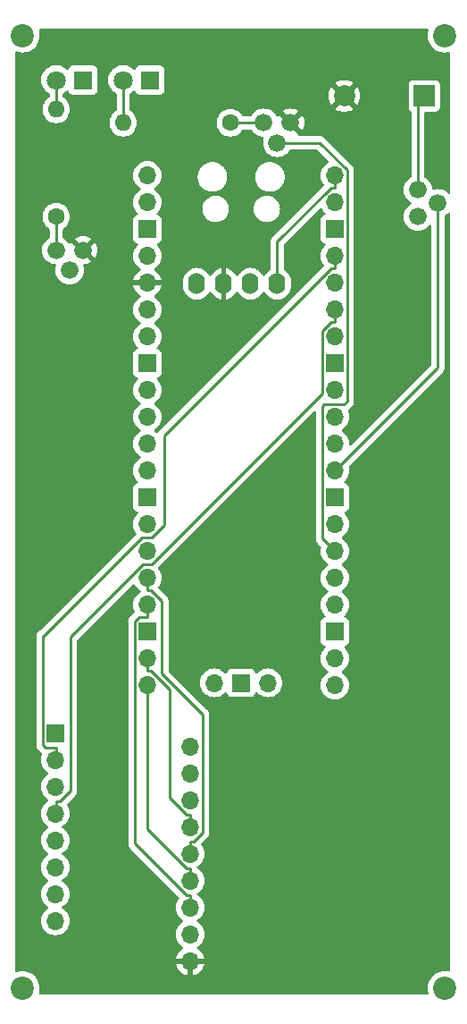
<source format=gbr>
%TF.GenerationSoftware,KiCad,Pcbnew,7.0.10+dfsg-1*%
%TF.CreationDate,2024-02-08T12:56:13+01:00*%
%TF.ProjectId,chibi_v2,63686962-695f-4763-922e-6b696361645f,rev?*%
%TF.SameCoordinates,Original*%
%TF.FileFunction,Copper,L1,Top*%
%TF.FilePolarity,Positive*%
%FSLAX46Y46*%
G04 Gerber Fmt 4.6, Leading zero omitted, Abs format (unit mm)*
G04 Created by KiCad (PCBNEW 7.0.10+dfsg-1) date 2024-02-08 12:56:13*
%MOMM*%
%LPD*%
G01*
G04 APERTURE LIST*
%TA.AperFunction,ComponentPad*%
%ADD10C,1.600000*%
%TD*%
%TA.AperFunction,ComponentPad*%
%ADD11O,1.600000X1.600000*%
%TD*%
%TA.AperFunction,ComponentPad*%
%ADD12O,1.700000X1.700000*%
%TD*%
%TA.AperFunction,ComponentPad*%
%ADD13C,1.676400*%
%TD*%
%TA.AperFunction,ComponentPad*%
%ADD14R,1.800000X1.800000*%
%TD*%
%TA.AperFunction,ComponentPad*%
%ADD15C,1.800000*%
%TD*%
%TA.AperFunction,ComponentPad*%
%ADD16R,2.000000X2.000000*%
%TD*%
%TA.AperFunction,ComponentPad*%
%ADD17C,2.000000*%
%TD*%
%TA.AperFunction,ComponentPad*%
%ADD18R,1.700000X1.700000*%
%TD*%
%TA.AperFunction,ComponentPad*%
%ADD19O,1.600000X2.000000*%
%TD*%
%TA.AperFunction,ViaPad*%
%ADD20C,2.200000*%
%TD*%
%TA.AperFunction,Conductor*%
%ADD21C,0.250000*%
%TD*%
G04 APERTURE END LIST*
D10*
%TO.P,R2,1*%
%TO.N,Net-(Q2-C)*%
X104775000Y-53340000D03*
D11*
%TO.P,R2,2*%
%TO.N,Net-(D1-A)*%
X104775000Y-43180000D03*
%TD*%
D10*
%TO.P,R1,1*%
%TO.N,Net-(Q3-C)*%
X121285000Y-44450000D03*
D11*
%TO.P,R1,2*%
%TO.N,Net-(D2-A)*%
X111125000Y-44450000D03*
%TD*%
D12*
%TO.P,U2,1,3v*%
%TO.N,+3V3*%
X117475000Y-123825000D03*
%TO.P,U2,2,GND*%
%TO.N,GND*%
X117475000Y-121285000D03*
%TO.P,U2,3,CLK*%
%TO.N,Net-(U1-GPIO18)*%
X117475000Y-118745000D03*
%TO.P,U2,4,Slave_Output*%
%TO.N,Net-(U1-GPIO16)*%
X117475000Y-116205000D03*
%TO.P,U2,5,Slave_Input*%
%TO.N,Net-(U1-GPIO19)*%
X117475000Y-113665000D03*
%TO.P,U2,6,Chip_Select*%
%TO.N,Net-(U1-GPIO17)*%
X117475000Y-111125000D03*
%TO.P,U2,7*%
%TO.N,unconnected-(U2-Pad7)*%
X117475000Y-108585000D03*
%TO.P,U2,8*%
%TO.N,unconnected-(U2-Pad8)*%
X117475000Y-106045000D03*
%TO.P,U2,9,Card_Detect*%
%TO.N,unconnected-(U2-Card_Detect-Pad9)*%
X117475000Y-103505000D03*
%TD*%
D13*
%TO.P,Q3,1,C*%
%TO.N,Net-(Q3-C)*%
X124460000Y-44450000D03*
%TO.P,Q3,2,B*%
%TO.N,Net-(Q3-B)*%
X125730000Y-46355000D03*
%TO.P,Q3,3,E*%
%TO.N,+3V3*%
X127000000Y-44450000D03*
%TD*%
%TO.P,Q2,1,C*%
%TO.N,Net-(Q2-C)*%
X104775000Y-56515000D03*
%TO.P,Q2,2,B*%
%TO.N,Net-(Q2-B)*%
X106045000Y-58420000D03*
%TO.P,Q2,3,E*%
%TO.N,+3V3*%
X107315000Y-56515000D03*
%TD*%
%TO.P,Q1,1,C*%
%TO.N,GND*%
X139065000Y-53340000D03*
%TO.P,Q1,2,B*%
%TO.N,Net-(Q1-B)*%
X140970000Y-52070000D03*
%TO.P,Q1,3,E*%
%TO.N,Net-(BZ1-+)*%
X139065000Y-50800000D03*
%TD*%
D14*
%TO.P,D2,1,K*%
%TO.N,GND*%
X113645000Y-40410000D03*
D15*
%TO.P,D2,2,A*%
%TO.N,Net-(D2-A)*%
X111105000Y-40410000D03*
%TD*%
D14*
%TO.P,D1,1,K*%
%TO.N,GND*%
X107295000Y-40410000D03*
D15*
%TO.P,D1,2,A*%
%TO.N,Net-(D1-A)*%
X104755000Y-40410000D03*
%TD*%
D16*
%TO.P,BZ1,1,+*%
%TO.N,Net-(BZ1-+)*%
X139690000Y-41910000D03*
D17*
%TO.P,BZ1,2,-*%
%TO.N,+3V3*%
X132090000Y-41910000D03*
%TD*%
D18*
%TO.P,J2,1,Pin_1*%
%TO.N,GND*%
X104681900Y-102235000D03*
D12*
%TO.P,J2,2,Pin_2*%
%TO.N,Net-(J2-Pin_2)*%
X104681900Y-104775000D03*
%TO.P,J2,3,Pin_3*%
%TO.N,Net-(J2-Pin_3)*%
X104681900Y-107315000D03*
%TO.P,J2,4,Pin_4*%
%TO.N,Net-(J2-Pin_4)*%
X104681900Y-109855000D03*
%TO.P,J2,5,Pin_5*%
%TO.N,Net-(J2-Pin_5)*%
X104681900Y-112395000D03*
%TO.P,J2,6,Pin_6*%
%TO.N,Net-(J2-Pin_6)*%
X104681900Y-114935000D03*
%TO.P,J2,7,Pin_7*%
%TO.N,Net-(J2-Pin_7)*%
X104681900Y-117475000D03*
%TO.P,J2,8,Pin_8*%
%TO.N,Net-(J2-Pin_8)*%
X104681900Y-120015000D03*
%TD*%
D19*
%TO.P,Brd1,1,GND*%
%TO.N,GND*%
X118110000Y-59690000D03*
%TO.P,Brd1,2,VCC*%
%TO.N,+3V3*%
X120650000Y-59690000D03*
%TO.P,Brd1,3,SCL*%
%TO.N,Net-(Brd1-SCL)*%
X123190000Y-59690000D03*
%TO.P,Brd1,4,SDA*%
%TO.N,Net-(Brd1-SDA)*%
X125730000Y-59690000D03*
%TD*%
D12*
%TO.P,U1,1,GPIO0*%
%TO.N,Net-(Brd1-SDA)*%
X131200000Y-49445000D03*
%TO.P,U1,2,GPIO1*%
%TO.N,Net-(Brd1-SCL)*%
X131200000Y-51985000D03*
D18*
%TO.P,U1,3,GND*%
%TO.N,GND*%
X131200000Y-54525000D03*
D12*
%TO.P,U1,4,GPIO2*%
%TO.N,Net-(J2-Pin_2)*%
X131200000Y-57065000D03*
%TO.P,U1,5,GPIO3*%
%TO.N,Net-(J2-Pin_3)*%
X131200000Y-59605000D03*
%TO.P,U1,6,GPIO4*%
%TO.N,Net-(J2-Pin_4)*%
X131200000Y-62145000D03*
%TO.P,U1,7,GPIO5*%
%TO.N,Net-(J2-Pin_5)*%
X131200000Y-64685000D03*
D18*
%TO.P,U1,8,GND*%
%TO.N,GND*%
X131200000Y-67225000D03*
D12*
%TO.P,U1,9,GPIO6*%
%TO.N,Net-(J2-Pin_6)*%
X131200000Y-69765000D03*
%TO.P,U1,10,GPIO7*%
%TO.N,Net-(J2-Pin_7)*%
X131200000Y-72305000D03*
%TO.P,U1,11,GPIO8*%
%TO.N,Net-(J2-Pin_8)*%
X131200000Y-74845000D03*
%TO.P,U1,12,GPIO9*%
%TO.N,Net-(Q1-B)*%
X131200000Y-77385000D03*
D18*
%TO.P,U1,13,GND*%
%TO.N,GND*%
X131200000Y-79925000D03*
D12*
%TO.P,U1,14,GPIO10*%
%TO.N,Net-(Q2-B)*%
X131200000Y-82465000D03*
%TO.P,U1,15,GPIO11*%
%TO.N,Net-(Q3-B)*%
X131200000Y-85005000D03*
%TO.P,U1,16,GPIO12*%
%TO.N,unconnected-(U1-GPIO12-Pad16)*%
X131200000Y-87545000D03*
%TO.P,U1,17,GPIO13*%
%TO.N,unconnected-(U1-GPIO13-Pad17)*%
X131200000Y-90085000D03*
D18*
%TO.P,U1,18,GND*%
%TO.N,GND*%
X131200000Y-92625000D03*
D12*
%TO.P,U1,19,GPIO14*%
%TO.N,unconnected-(U1-GPIO14-Pad19)*%
X131200000Y-95165000D03*
%TO.P,U1,20,GPIO15*%
%TO.N,unconnected-(U1-GPIO15-Pad20)*%
X131200000Y-97705000D03*
%TO.P,U1,21,GPIO16*%
%TO.N,Net-(U1-GPIO16)*%
X113420000Y-97705000D03*
%TO.P,U1,22,GPIO17*%
%TO.N,Net-(U1-GPIO17)*%
X113420000Y-95165000D03*
D18*
%TO.P,U1,23,GND*%
%TO.N,unconnected-(U1-GND-Pad23)*%
X113420000Y-92625000D03*
D12*
%TO.P,U1,24,GPIO18*%
%TO.N,Net-(U1-GPIO18)*%
X113420000Y-90085000D03*
%TO.P,U1,25,GPIO19*%
%TO.N,Net-(U1-GPIO19)*%
X113420000Y-87545000D03*
%TO.P,U1,26,GPIO20*%
%TO.N,unconnected-(U1-GPIO20-Pad26)*%
X113420000Y-85005000D03*
%TO.P,U1,27,GPIO21*%
%TO.N,unconnected-(U1-GPIO21-Pad27)*%
X113420000Y-82465000D03*
D18*
%TO.P,U1,28,GND*%
%TO.N,unconnected-(U1-GND-Pad28)*%
X113420000Y-79925000D03*
D12*
%TO.P,U1,29,GPIO22*%
%TO.N,unconnected-(U1-GPIO22-Pad29)*%
X113420000Y-77385000D03*
%TO.P,U1,30,RUN*%
%TO.N,unconnected-(U1-RUN-Pad30)*%
X113420000Y-74845000D03*
%TO.P,U1,31,GPIO26_ADC0*%
%TO.N,unconnected-(U1-GPIO26_ADC0-Pad31)*%
X113420000Y-72305000D03*
%TO.P,U1,32,GPIO27_ADC1*%
%TO.N,unconnected-(U1-GPIO27_ADC1-Pad32)*%
X113420000Y-69765000D03*
D18*
%TO.P,U1,33,AGND*%
%TO.N,unconnected-(U1-AGND-Pad33)*%
X113420000Y-67225000D03*
D12*
%TO.P,U1,34,GPIO28_ADC2*%
%TO.N,unconnected-(U1-GPIO28_ADC2-Pad34)*%
X113420000Y-64685000D03*
%TO.P,U1,35,ADC_VREF*%
%TO.N,unconnected-(U1-ADC_VREF-Pad35)*%
X113420000Y-62145000D03*
%TO.P,U1,36,3V3*%
%TO.N,+3V3*%
X113420000Y-59605000D03*
%TO.P,U1,37,3V3_EN*%
%TO.N,unconnected-(U1-3V3_EN-Pad37)*%
X113420000Y-57065000D03*
D18*
%TO.P,U1,38,GND*%
%TO.N,GND*%
X113420000Y-54525000D03*
D12*
%TO.P,U1,39,VSYS*%
%TO.N,unconnected-(U1-VSYS-Pad39)*%
X113420000Y-51985000D03*
%TO.P,U1,40,VBUS*%
%TO.N,unconnected-(U1-VBUS-Pad40)*%
X113420000Y-49445000D03*
%TO.P,U1,41,SWCLK*%
%TO.N,unconnected-(U1-SWCLK-Pad41)*%
X124850000Y-97475000D03*
D18*
%TO.P,U1,42,GND*%
%TO.N,unconnected-(U1-GND-Pad42)*%
X122310000Y-97475000D03*
D12*
%TO.P,U1,43,SWDIO*%
%TO.N,unconnected-(U1-SWDIO-Pad43)*%
X119770000Y-97475000D03*
%TD*%
D20*
%TO.N,*%
X141605000Y-126365000D03*
X101600000Y-126365000D03*
X141605000Y-36195000D03*
X101600000Y-36195000D03*
%TD*%
D21*
%TO.N,Net-(D1-A)*%
X104775000Y-43180000D02*
X104775000Y-40430000D01*
X104775000Y-40430000D02*
X104755000Y-40410000D01*
%TO.N,Net-(Q2-C)*%
X104775000Y-53340000D02*
X104775000Y-56515000D01*
%TO.N,Net-(Q3-C)*%
X121285000Y-44450000D02*
X124460000Y-44450000D01*
%TO.N,Net-(Q3-B)*%
X125730000Y-46355000D02*
X129771701Y-46355000D01*
%TO.N,Net-(D2-A)*%
X111125000Y-44450000D02*
X111125000Y-40430000D01*
X111125000Y-40430000D02*
X111105000Y-40410000D01*
%TO.N,Net-(J2-Pin_2)*%
X103505000Y-103332700D02*
X103770400Y-103598100D01*
X103770400Y-103598100D02*
X104775000Y-103598100D01*
X104775000Y-103598100D02*
X104775000Y-104775000D01*
%TO.N,Net-(Q3-B)*%
X129771701Y-46355000D02*
X132375000Y-48958299D01*
X132375000Y-48958299D02*
X132375000Y-70824999D01*
X132375000Y-70824999D02*
X132069999Y-71130000D01*
X132069999Y-71130000D02*
X130165000Y-71130000D01*
X130165000Y-71130000D02*
X130025000Y-71270000D01*
X130025000Y-71270000D02*
X130025000Y-83830000D01*
X130025000Y-83830000D02*
X131200000Y-85005000D01*
%TO.N,Net-(Q1-B)*%
X140970000Y-52070000D02*
X140970000Y-67615000D01*
X140970000Y-67615000D02*
X131200000Y-77385000D01*
%TO.N,Net-(BZ1-+)*%
X139065000Y-50800000D02*
X139065000Y-42535000D01*
X139065000Y-42535000D02*
X139690000Y-41910000D01*
%TO.N,Net-(Brd1-SDA)*%
X131200000Y-49445000D02*
X131200000Y-50621900D01*
X125730000Y-55724100D02*
X125730000Y-59690000D01*
X131200000Y-50621900D02*
X130832200Y-50621900D01*
X130832200Y-50621900D02*
X125730000Y-55724100D01*
%TO.N,Net-(J2-Pin_2)*%
X103505000Y-93069200D02*
X103505000Y-103253500D01*
X114999500Y-74074600D02*
X114999500Y-82551900D01*
X130832200Y-58241900D02*
X114999500Y-74074600D01*
X131200000Y-57065000D02*
X131200000Y-58241900D01*
X114999500Y-82551900D02*
X113816400Y-83735000D01*
X112932300Y-83735000D02*
X103598100Y-93069200D01*
X113816400Y-83735000D02*
X112932300Y-83735000D01*
X131200000Y-58241900D02*
X130832200Y-58241900D01*
%TO.N,Net-(J2-Pin_4)*%
X130832100Y-63321900D02*
X130023100Y-64130900D01*
X130023100Y-70084800D02*
X113832900Y-86275000D01*
X131200000Y-62145000D02*
X131200000Y-63321900D01*
X104775000Y-109855000D02*
X104775000Y-108678100D01*
X131200000Y-63321900D02*
X130832100Y-63321900D01*
X113832900Y-86275000D02*
X113020700Y-86275000D01*
X130023100Y-64130900D02*
X130023100Y-70084800D01*
X113020700Y-86275000D02*
X106139600Y-93156100D01*
X106139600Y-93156100D02*
X106139600Y-107679300D01*
X106139600Y-107679300D02*
X105140800Y-108678100D01*
X105140800Y-108678100D02*
X104775000Y-108678100D01*
%TO.N,Net-(U1-GPIO16)*%
X117475000Y-116205000D02*
X117475000Y-115028100D01*
X113420000Y-97705000D02*
X113420000Y-98881900D01*
X117475000Y-115028100D02*
X117107200Y-115028100D01*
X113420100Y-98881900D02*
X113420000Y-98881900D01*
X113420100Y-111341000D02*
X113420100Y-98881900D01*
X117107200Y-115028100D02*
X113420100Y-111341000D01*
%TO.N,Net-(U1-GPIO17)*%
X113740400Y-96341900D02*
X113420000Y-96341900D01*
X117475000Y-111125000D02*
X117475000Y-109948100D01*
X117475000Y-109948100D02*
X117107100Y-109948100D01*
X115500700Y-98102200D02*
X113740400Y-96341900D01*
X113420000Y-95165000D02*
X113420000Y-96341900D01*
X117107100Y-109948100D02*
X115500700Y-108341700D01*
X115500700Y-108341700D02*
X115500700Y-98102200D01*
%TO.N,Net-(U1-GPIO18)*%
X112610900Y-91261900D02*
X112223600Y-91649200D01*
X112223600Y-91649200D02*
X112223600Y-112684500D01*
X112223600Y-112684500D02*
X117107200Y-117568100D01*
X117475000Y-118745000D02*
X117475000Y-117568100D01*
X113420000Y-91261900D02*
X112610900Y-91261900D01*
X113420000Y-90085000D02*
X113420000Y-91261900D01*
X117107200Y-117568100D02*
X117475000Y-117568100D01*
%TO.N,Net-(U1-GPIO19)*%
X117475000Y-112488100D02*
X117842800Y-112488100D01*
X117475000Y-113665000D02*
X117475000Y-112488100D01*
X118653900Y-100490300D02*
X114784600Y-96621000D01*
X117842800Y-112488100D02*
X118653900Y-111677000D01*
X113785800Y-88721900D02*
X113420000Y-88721900D01*
X114784600Y-89720700D02*
X113785800Y-88721900D01*
X114784600Y-96621000D02*
X114784600Y-89720700D01*
X113420000Y-87545000D02*
X113420000Y-88721900D01*
X118653900Y-111677000D02*
X118653900Y-100490300D01*
%TD*%
%TA.AperFunction,Conductor*%
%TO.N,+3V3*%
G36*
X140021217Y-35579685D02*
G01*
X140066972Y-35632489D01*
X140076916Y-35701647D01*
X140074752Y-35712947D01*
X140019317Y-35943848D01*
X139999551Y-36195000D01*
X140019317Y-36446151D01*
X140078126Y-36691110D01*
X140174533Y-36923859D01*
X140306160Y-37138653D01*
X140306161Y-37138656D01*
X140306164Y-37138659D01*
X140469776Y-37330224D01*
X140618066Y-37456875D01*
X140661343Y-37493838D01*
X140661346Y-37493839D01*
X140876140Y-37625466D01*
X141028611Y-37688621D01*
X141108889Y-37721873D01*
X141353852Y-37780683D01*
X141605000Y-37800449D01*
X141856148Y-37780683D01*
X141993956Y-37747598D01*
X142063735Y-37751089D01*
X142120552Y-37791752D01*
X142146366Y-37856678D01*
X142146900Y-37868172D01*
X142146900Y-51054330D01*
X142127215Y-51121369D01*
X142074411Y-51167124D01*
X142005253Y-51177068D01*
X141941697Y-51148043D01*
X141935219Y-51142011D01*
X141833791Y-51040583D01*
X141833787Y-51040579D01*
X141641907Y-50906223D01*
X141429611Y-50807228D01*
X141429607Y-50807227D01*
X141429603Y-50807225D01*
X141203356Y-50746603D01*
X141203346Y-50746601D01*
X140970001Y-50726186D01*
X140969999Y-50726186D01*
X140736653Y-50746601D01*
X140736643Y-50746603D01*
X140554499Y-50795408D01*
X140484649Y-50793745D01*
X140426787Y-50754582D01*
X140399283Y-50690354D01*
X140398881Y-50686476D01*
X140388398Y-50566649D01*
X140327772Y-50340389D01*
X140228777Y-50128093D01*
X140094421Y-49936213D01*
X139928787Y-49770579D01*
X139743375Y-49640752D01*
X139699751Y-49586176D01*
X139690500Y-49539178D01*
X139690500Y-43534499D01*
X139710185Y-43467460D01*
X139762989Y-43421705D01*
X139814500Y-43410499D01*
X140737871Y-43410499D01*
X140737872Y-43410499D01*
X140797483Y-43404091D01*
X140932331Y-43353796D01*
X141047546Y-43267546D01*
X141133796Y-43152331D01*
X141184091Y-43017483D01*
X141190500Y-42957873D01*
X141190499Y-40862128D01*
X141184091Y-40802517D01*
X141140778Y-40686390D01*
X141133797Y-40667671D01*
X141133793Y-40667664D01*
X141047547Y-40552455D01*
X141047544Y-40552452D01*
X140932335Y-40466206D01*
X140932328Y-40466202D01*
X140797482Y-40415908D01*
X140797483Y-40415908D01*
X140737883Y-40409501D01*
X140737881Y-40409500D01*
X140737873Y-40409500D01*
X140737864Y-40409500D01*
X138642129Y-40409500D01*
X138642123Y-40409501D01*
X138582516Y-40415908D01*
X138447671Y-40466202D01*
X138447664Y-40466206D01*
X138332455Y-40552452D01*
X138332452Y-40552455D01*
X138246206Y-40667664D01*
X138246202Y-40667671D01*
X138195908Y-40802517D01*
X138189501Y-40862116D01*
X138189501Y-40862123D01*
X138189500Y-40862135D01*
X138189500Y-42957870D01*
X138189501Y-42957876D01*
X138195908Y-43017483D01*
X138246202Y-43152328D01*
X138246203Y-43152329D01*
X138246204Y-43152331D01*
X138332454Y-43267546D01*
X138384800Y-43306732D01*
X138389810Y-43310482D01*
X138431682Y-43366415D01*
X138439500Y-43409749D01*
X138439500Y-49539178D01*
X138419815Y-49606217D01*
X138386625Y-49640751D01*
X138201213Y-49770579D01*
X138201211Y-49770580D01*
X138201208Y-49770583D01*
X138035583Y-49936208D01*
X138035580Y-49936211D01*
X138035579Y-49936213D01*
X137901223Y-50128093D01*
X137809924Y-50323886D01*
X137802229Y-50340387D01*
X137802225Y-50340396D01*
X137741603Y-50566643D01*
X137741601Y-50566653D01*
X137721186Y-50799999D01*
X137721186Y-50800000D01*
X137741601Y-51033346D01*
X137741603Y-51033356D01*
X137802225Y-51259603D01*
X137802227Y-51259607D01*
X137802228Y-51259611D01*
X137901223Y-51471907D01*
X138035579Y-51663787D01*
X138201213Y-51829421D01*
X138393093Y-51963777D01*
X138393094Y-51963777D01*
X138397528Y-51966882D01*
X138396521Y-51968319D01*
X138439297Y-52013190D01*
X138452513Y-52081798D01*
X138426540Y-52146660D01*
X138396953Y-52172297D01*
X138397528Y-52173118D01*
X138393094Y-52176222D01*
X138393093Y-52176223D01*
X138201213Y-52310579D01*
X138201211Y-52310580D01*
X138201208Y-52310583D01*
X138035583Y-52476208D01*
X138035580Y-52476211D01*
X138035579Y-52476213D01*
X137984844Y-52548670D01*
X137901223Y-52668093D01*
X137802229Y-52880387D01*
X137802225Y-52880396D01*
X137741603Y-53106643D01*
X137741601Y-53106653D01*
X137721186Y-53339999D01*
X137721186Y-53340000D01*
X137741601Y-53573346D01*
X137741603Y-53573356D01*
X137802225Y-53799603D01*
X137802227Y-53799607D01*
X137802228Y-53799611D01*
X137901223Y-54011907D01*
X138035579Y-54203787D01*
X138201213Y-54369421D01*
X138393093Y-54503777D01*
X138605389Y-54602772D01*
X138831649Y-54663398D01*
X139018329Y-54679730D01*
X139064999Y-54683814D01*
X139065000Y-54683814D01*
X139065001Y-54683814D01*
X139103891Y-54680411D01*
X139298351Y-54663398D01*
X139524611Y-54602772D01*
X139736907Y-54503777D01*
X139928787Y-54369421D01*
X140094421Y-54203787D01*
X140118927Y-54168787D01*
X140173502Y-54125166D01*
X140243001Y-54117973D01*
X140305355Y-54149495D01*
X140340769Y-54209725D01*
X140344500Y-54239914D01*
X140344500Y-67304546D01*
X140324815Y-67371585D01*
X140308181Y-67392227D01*
X132767340Y-74933068D01*
X132706017Y-74966553D01*
X132636325Y-74961569D01*
X132580392Y-74919697D01*
X132555975Y-74854233D01*
X132555659Y-74845387D01*
X132555659Y-74844999D01*
X132535063Y-74609596D01*
X132535063Y-74609592D01*
X132488626Y-74436285D01*
X132473905Y-74381344D01*
X132473904Y-74381343D01*
X132473903Y-74381337D01*
X132374035Y-74167171D01*
X132238495Y-73973599D01*
X132238494Y-73973597D01*
X132071402Y-73806506D01*
X132071396Y-73806501D01*
X131885842Y-73676575D01*
X131842217Y-73621998D01*
X131835023Y-73552500D01*
X131866546Y-73490145D01*
X131885842Y-73473425D01*
X131908026Y-73457891D01*
X132071401Y-73343495D01*
X132238495Y-73176401D01*
X132374035Y-72982830D01*
X132473903Y-72768663D01*
X132535063Y-72540408D01*
X132555659Y-72305000D01*
X132535063Y-72069592D01*
X132473903Y-71841337D01*
X132437246Y-71762727D01*
X132426754Y-71693650D01*
X132455273Y-71629866D01*
X132461933Y-71622655D01*
X132470584Y-71614004D01*
X132485378Y-71601368D01*
X132501586Y-71589594D01*
X132529437Y-71555926D01*
X132537278Y-71547309D01*
X132758786Y-71325801D01*
X132771048Y-71315979D01*
X132770865Y-71315758D01*
X132776868Y-71310790D01*
X132776877Y-71310785D01*
X132822934Y-71261738D01*
X132825582Y-71259005D01*
X132845120Y-71239469D01*
X132847570Y-71236309D01*
X132855154Y-71227428D01*
X132885062Y-71195581D01*
X132894714Y-71178022D01*
X132905389Y-71161771D01*
X132917674Y-71145935D01*
X132935030Y-71105824D01*
X132940161Y-71095353D01*
X132961194Y-71057097D01*
X132961194Y-71057096D01*
X132961197Y-71057091D01*
X132966180Y-71037679D01*
X132972477Y-71019290D01*
X132980438Y-71000894D01*
X132987270Y-70957747D01*
X132989639Y-70946315D01*
X133000499Y-70904021D01*
X133000500Y-70904016D01*
X133000500Y-70883982D01*
X133002027Y-70864581D01*
X133005160Y-70844803D01*
X133001504Y-70806131D01*
X133001050Y-70801323D01*
X133000500Y-70789654D01*
X133000500Y-49041041D01*
X133002224Y-49025421D01*
X133001939Y-49025394D01*
X133002673Y-49017632D01*
X133000561Y-48950411D01*
X133000500Y-48946517D01*
X133000500Y-48918955D01*
X133000500Y-48918949D01*
X132999996Y-48914967D01*
X132999081Y-48903328D01*
X132998360Y-48880370D01*
X132997710Y-48859672D01*
X132992119Y-48840429D01*
X132988173Y-48821377D01*
X132985664Y-48801507D01*
X132969579Y-48760882D01*
X132965806Y-48749861D01*
X132953618Y-48707909D01*
X132953617Y-48707908D01*
X132953617Y-48707906D01*
X132953616Y-48707905D01*
X132943423Y-48690670D01*
X132934861Y-48673193D01*
X132927487Y-48654568D01*
X132901816Y-48619236D01*
X132895405Y-48609476D01*
X132873170Y-48571879D01*
X132873168Y-48571877D01*
X132873165Y-48571873D01*
X132859006Y-48557714D01*
X132846368Y-48542918D01*
X132845042Y-48541093D01*
X132834594Y-48526712D01*
X132800940Y-48498871D01*
X132792299Y-48491008D01*
X130272504Y-45971212D01*
X130262681Y-45958950D01*
X130262460Y-45959134D01*
X130257487Y-45953122D01*
X130208477Y-45907099D01*
X130205678Y-45904386D01*
X130186178Y-45884885D01*
X130186172Y-45884880D01*
X130182987Y-45882409D01*
X130174135Y-45874848D01*
X130142283Y-45844938D01*
X130142281Y-45844936D01*
X130142278Y-45844935D01*
X130124730Y-45835288D01*
X130108464Y-45824604D01*
X130092633Y-45812324D01*
X130052550Y-45794978D01*
X130042064Y-45789841D01*
X130003795Y-45768803D01*
X130003793Y-45768802D01*
X129984394Y-45763822D01*
X129965982Y-45757518D01*
X129947599Y-45749562D01*
X129947593Y-45749560D01*
X129904461Y-45742729D01*
X129893023Y-45740361D01*
X129850721Y-45729500D01*
X129850720Y-45729500D01*
X129830685Y-45729500D01*
X129811287Y-45727973D01*
X129803863Y-45726797D01*
X129791506Y-45724840D01*
X129791505Y-45724840D01*
X129748026Y-45728950D01*
X129736357Y-45729500D01*
X127873083Y-45729500D01*
X127806044Y-45709815D01*
X127760289Y-45657011D01*
X127749555Y-45594693D01*
X127752900Y-45556453D01*
X127049994Y-44853547D01*
X127127150Y-44841327D01*
X127241854Y-44782883D01*
X127332883Y-44691854D01*
X127391327Y-44577150D01*
X127403547Y-44499994D01*
X128106453Y-45202900D01*
X128163342Y-45121655D01*
X128262298Y-44909441D01*
X128262302Y-44909432D01*
X128322902Y-44683268D01*
X128322904Y-44683258D01*
X128343312Y-44450001D01*
X128343312Y-44449998D01*
X128322904Y-44216741D01*
X128322902Y-44216731D01*
X128262302Y-43990567D01*
X128262298Y-43990558D01*
X128163342Y-43778345D01*
X128163341Y-43778343D01*
X128106453Y-43697099D01*
X128106453Y-43697098D01*
X127403547Y-44400004D01*
X127391327Y-44322850D01*
X127332883Y-44208146D01*
X127241854Y-44117117D01*
X127127150Y-44058673D01*
X127049994Y-44046452D01*
X127752900Y-43343546D01*
X127752899Y-43343545D01*
X127671656Y-43286658D01*
X127671654Y-43286657D01*
X127459441Y-43187701D01*
X127459432Y-43187697D01*
X127233268Y-43127097D01*
X127233258Y-43127095D01*
X127000002Y-43106688D01*
X126999998Y-43106688D01*
X126766741Y-43127095D01*
X126766731Y-43127097D01*
X126540567Y-43187697D01*
X126540558Y-43187701D01*
X126328341Y-43286659D01*
X126247099Y-43343544D01*
X126247098Y-43343545D01*
X126950006Y-44046452D01*
X126872850Y-44058673D01*
X126758146Y-44117117D01*
X126667117Y-44208146D01*
X126608673Y-44322850D01*
X126596452Y-44400005D01*
X125893544Y-43697098D01*
X125833553Y-43782778D01*
X125832187Y-43781821D01*
X125787081Y-43824808D01*
X125718471Y-43838014D01*
X125653613Y-43812029D01*
X125627614Y-43782014D01*
X125626882Y-43782528D01*
X125619247Y-43771624D01*
X125489421Y-43586213D01*
X125323787Y-43420579D01*
X125131907Y-43286223D01*
X124919611Y-43187228D01*
X124919607Y-43187227D01*
X124919603Y-43187225D01*
X124693356Y-43126603D01*
X124693346Y-43126601D01*
X124460001Y-43106186D01*
X124459999Y-43106186D01*
X124226653Y-43126601D01*
X124226643Y-43126603D01*
X124000396Y-43187225D01*
X124000389Y-43187227D01*
X124000389Y-43187228D01*
X123788093Y-43286223D01*
X123596213Y-43420579D01*
X123596211Y-43420580D01*
X123596208Y-43420583D01*
X123430583Y-43586208D01*
X123430580Y-43586211D01*
X123430579Y-43586213D01*
X123300753Y-43771624D01*
X123246176Y-43815249D01*
X123199178Y-43824500D01*
X122499188Y-43824500D01*
X122432149Y-43804815D01*
X122397613Y-43771623D01*
X122285045Y-43610858D01*
X122124141Y-43449954D01*
X121937734Y-43319432D01*
X121937732Y-43319431D01*
X121731497Y-43223261D01*
X121731488Y-43223258D01*
X121511697Y-43164366D01*
X121511693Y-43164365D01*
X121511692Y-43164365D01*
X121511691Y-43164364D01*
X121511686Y-43164364D01*
X121285002Y-43144532D01*
X121284998Y-43144532D01*
X121058313Y-43164364D01*
X121058302Y-43164366D01*
X120838511Y-43223258D01*
X120838502Y-43223261D01*
X120632267Y-43319431D01*
X120632265Y-43319432D01*
X120445858Y-43449954D01*
X120284954Y-43610858D01*
X120154432Y-43797265D01*
X120154431Y-43797267D01*
X120058261Y-44003502D01*
X120058258Y-44003511D01*
X119999366Y-44223302D01*
X119999364Y-44223313D01*
X119979532Y-44449998D01*
X119979532Y-44450001D01*
X119999364Y-44676686D01*
X119999366Y-44676697D01*
X120058258Y-44896488D01*
X120058261Y-44896497D01*
X120154431Y-45102732D01*
X120154432Y-45102734D01*
X120284954Y-45289141D01*
X120445858Y-45450045D01*
X120445861Y-45450047D01*
X120632266Y-45580568D01*
X120838504Y-45676739D01*
X120838509Y-45676740D01*
X120838511Y-45676741D01*
X120891415Y-45690916D01*
X121058308Y-45735635D01*
X121217471Y-45749560D01*
X121284998Y-45755468D01*
X121285000Y-45755468D01*
X121285002Y-45755468D01*
X121341673Y-45750509D01*
X121511692Y-45735635D01*
X121731496Y-45676739D01*
X121937734Y-45580568D01*
X122124139Y-45450047D01*
X122285047Y-45289139D01*
X122397613Y-45128377D01*
X122452189Y-45084752D01*
X122499188Y-45075500D01*
X123199178Y-45075500D01*
X123266217Y-45095185D01*
X123300751Y-45128374D01*
X123430579Y-45313787D01*
X123596213Y-45479421D01*
X123788093Y-45613777D01*
X124000389Y-45712772D01*
X124000395Y-45712773D01*
X124000396Y-45712774D01*
X124054853Y-45727365D01*
X124226649Y-45773398D01*
X124346441Y-45783878D01*
X124411509Y-45809330D01*
X124452488Y-45865921D01*
X124456366Y-45935683D01*
X124455408Y-45939499D01*
X124406603Y-46121643D01*
X124406601Y-46121653D01*
X124386186Y-46354999D01*
X124386186Y-46355000D01*
X124406601Y-46588346D01*
X124406603Y-46588356D01*
X124467225Y-46814603D01*
X124467227Y-46814607D01*
X124467228Y-46814611D01*
X124566223Y-47026907D01*
X124700579Y-47218787D01*
X124866213Y-47384421D01*
X125058093Y-47518777D01*
X125270389Y-47617772D01*
X125496649Y-47678398D01*
X125683329Y-47694730D01*
X125729999Y-47698814D01*
X125730000Y-47698814D01*
X125730001Y-47698814D01*
X125768891Y-47695411D01*
X125963351Y-47678398D01*
X126189611Y-47617772D01*
X126401907Y-47518777D01*
X126593787Y-47384421D01*
X126759421Y-47218787D01*
X126889247Y-47033375D01*
X126943824Y-46989751D01*
X126990822Y-46980500D01*
X129461249Y-46980500D01*
X129528288Y-47000185D01*
X129548930Y-47016819D01*
X130588522Y-48056411D01*
X130622007Y-48117734D01*
X130617023Y-48187426D01*
X130575151Y-48243359D01*
X130553246Y-48256474D01*
X130522171Y-48270964D01*
X130522169Y-48270965D01*
X130328597Y-48406505D01*
X130161505Y-48573597D01*
X130025965Y-48767169D01*
X130025964Y-48767171D01*
X129926098Y-48981335D01*
X129926094Y-48981344D01*
X129864938Y-49209586D01*
X129864936Y-49209596D01*
X129844341Y-49444999D01*
X129844341Y-49445000D01*
X129864936Y-49680403D01*
X129864938Y-49680413D01*
X129926094Y-49908655D01*
X129926096Y-49908659D01*
X129926097Y-49908663D01*
X130014887Y-50099074D01*
X130025965Y-50122830D01*
X130025967Y-50122834D01*
X130139550Y-50285047D01*
X130161877Y-50351253D01*
X130144867Y-50419020D01*
X130125656Y-50443851D01*
X125346208Y-55223299D01*
X125333951Y-55233120D01*
X125334134Y-55233341D01*
X125328122Y-55238314D01*
X125282098Y-55287323D01*
X125279391Y-55290116D01*
X125259889Y-55309617D01*
X125259875Y-55309634D01*
X125257407Y-55312815D01*
X125249843Y-55321670D01*
X125219937Y-55353518D01*
X125219936Y-55353520D01*
X125210284Y-55371076D01*
X125199610Y-55387326D01*
X125187329Y-55403161D01*
X125187324Y-55403168D01*
X125169975Y-55443258D01*
X125164838Y-55453744D01*
X125143803Y-55492006D01*
X125138822Y-55511407D01*
X125132521Y-55529810D01*
X125124562Y-55548202D01*
X125124561Y-55548205D01*
X125117728Y-55591343D01*
X125115360Y-55602774D01*
X125104501Y-55645071D01*
X125104500Y-55645082D01*
X125104500Y-55665116D01*
X125102973Y-55684515D01*
X125099840Y-55704294D01*
X125099840Y-55704295D01*
X125103950Y-55747774D01*
X125104500Y-55759443D01*
X125104500Y-58275811D01*
X125084815Y-58342850D01*
X125051623Y-58377386D01*
X124890859Y-58489953D01*
X124729954Y-58650858D01*
X124599432Y-58837265D01*
X124599431Y-58837267D01*
X124572382Y-58895275D01*
X124526209Y-58947714D01*
X124459016Y-58966866D01*
X124392135Y-58946650D01*
X124347618Y-58895275D01*
X124320686Y-58837520D01*
X124320568Y-58837266D01*
X124190047Y-58650861D01*
X124190045Y-58650858D01*
X124029141Y-58489954D01*
X123842734Y-58359432D01*
X123842732Y-58359431D01*
X123636497Y-58263261D01*
X123636488Y-58263258D01*
X123416697Y-58204366D01*
X123416693Y-58204365D01*
X123416692Y-58204365D01*
X123416691Y-58204364D01*
X123416686Y-58204364D01*
X123190002Y-58184532D01*
X123189998Y-58184532D01*
X122963313Y-58204364D01*
X122963302Y-58204366D01*
X122743511Y-58263258D01*
X122743502Y-58263261D01*
X122537267Y-58359431D01*
X122537265Y-58359432D01*
X122350858Y-58489954D01*
X122189954Y-58650858D01*
X122059433Y-58837264D01*
X122059432Y-58837266D01*
X122059315Y-58837518D01*
X122032106Y-58895867D01*
X121985933Y-58948306D01*
X121918739Y-58967457D01*
X121851858Y-58947241D01*
X121807342Y-58895865D01*
X121780135Y-58837520D01*
X121780134Y-58837518D01*
X121649657Y-58651179D01*
X121488820Y-58490342D01*
X121302482Y-58359865D01*
X121096328Y-58263734D01*
X120900000Y-58211127D01*
X120900000Y-59254498D01*
X120792315Y-59205320D01*
X120685763Y-59190000D01*
X120614237Y-59190000D01*
X120507685Y-59205320D01*
X120400000Y-59254498D01*
X120400000Y-58211127D01*
X120203671Y-58263734D01*
X119997517Y-58359865D01*
X119811179Y-58490342D01*
X119650342Y-58651179D01*
X119519867Y-58837515D01*
X119492657Y-58895867D01*
X119446484Y-58948306D01*
X119379290Y-58967457D01*
X119312409Y-58947241D01*
X119267893Y-58895865D01*
X119240685Y-58837518D01*
X119240568Y-58837266D01*
X119110047Y-58650861D01*
X119110045Y-58650858D01*
X118949141Y-58489954D01*
X118762734Y-58359432D01*
X118762732Y-58359431D01*
X118556497Y-58263261D01*
X118556488Y-58263258D01*
X118336697Y-58204366D01*
X118336693Y-58204365D01*
X118336692Y-58204365D01*
X118336691Y-58204364D01*
X118336686Y-58204364D01*
X118110002Y-58184532D01*
X118109998Y-58184532D01*
X117883313Y-58204364D01*
X117883302Y-58204366D01*
X117663511Y-58263258D01*
X117663502Y-58263261D01*
X117457267Y-58359431D01*
X117457265Y-58359432D01*
X117270858Y-58489954D01*
X117109954Y-58650858D01*
X116979432Y-58837265D01*
X116979431Y-58837267D01*
X116883261Y-59043502D01*
X116883258Y-59043511D01*
X116824366Y-59263302D01*
X116824364Y-59263312D01*
X116809500Y-59433214D01*
X116809500Y-59946785D01*
X116824364Y-60116687D01*
X116824366Y-60116697D01*
X116883258Y-60336488D01*
X116883261Y-60336497D01*
X116979431Y-60542732D01*
X116979432Y-60542734D01*
X117109954Y-60729141D01*
X117270858Y-60890045D01*
X117270861Y-60890047D01*
X117457266Y-61020568D01*
X117663504Y-61116739D01*
X117883308Y-61175635D01*
X118045230Y-61189801D01*
X118109998Y-61195468D01*
X118110000Y-61195468D01*
X118110002Y-61195468D01*
X118166673Y-61190509D01*
X118336692Y-61175635D01*
X118556496Y-61116739D01*
X118762734Y-61020568D01*
X118949139Y-60890047D01*
X119110047Y-60729139D01*
X119240568Y-60542734D01*
X119267895Y-60484129D01*
X119314064Y-60431695D01*
X119381257Y-60412542D01*
X119448139Y-60432757D01*
X119492657Y-60484133D01*
X119519865Y-60542482D01*
X119650342Y-60728820D01*
X119811179Y-60889657D01*
X119997517Y-61020134D01*
X120203673Y-61116265D01*
X120203682Y-61116269D01*
X120399999Y-61168872D01*
X120400000Y-61168871D01*
X120400000Y-60125501D01*
X120507685Y-60174680D01*
X120614237Y-60190000D01*
X120685763Y-60190000D01*
X120792315Y-60174680D01*
X120900000Y-60125501D01*
X120900000Y-61168872D01*
X121096317Y-61116269D01*
X121096326Y-61116265D01*
X121302482Y-61020134D01*
X121488820Y-60889657D01*
X121649657Y-60728820D01*
X121780132Y-60542484D01*
X121807341Y-60484134D01*
X121853513Y-60431695D01*
X121920707Y-60412542D01*
X121987588Y-60432757D01*
X122032106Y-60484133D01*
X122059431Y-60542732D01*
X122059432Y-60542734D01*
X122189954Y-60729141D01*
X122350858Y-60890045D01*
X122350861Y-60890047D01*
X122537266Y-61020568D01*
X122743504Y-61116739D01*
X122963308Y-61175635D01*
X123125230Y-61189801D01*
X123189998Y-61195468D01*
X123190000Y-61195468D01*
X123190002Y-61195468D01*
X123246673Y-61190509D01*
X123416692Y-61175635D01*
X123636496Y-61116739D01*
X123842734Y-61020568D01*
X124029139Y-60890047D01*
X124190047Y-60729139D01*
X124320568Y-60542734D01*
X124347618Y-60484724D01*
X124393790Y-60432285D01*
X124460983Y-60413133D01*
X124527865Y-60433348D01*
X124572382Y-60484725D01*
X124599429Y-60542728D01*
X124599432Y-60542734D01*
X124729954Y-60729141D01*
X124890858Y-60890045D01*
X124890861Y-60890047D01*
X125077266Y-61020568D01*
X125283504Y-61116739D01*
X125503308Y-61175635D01*
X125665230Y-61189801D01*
X125729998Y-61195468D01*
X125730000Y-61195468D01*
X125730002Y-61195468D01*
X125786673Y-61190509D01*
X125956692Y-61175635D01*
X126176496Y-61116739D01*
X126382734Y-61020568D01*
X126569139Y-60890047D01*
X126730047Y-60729139D01*
X126860568Y-60542734D01*
X126956739Y-60336496D01*
X127015635Y-60116692D01*
X127030500Y-59946784D01*
X127030500Y-59433216D01*
X127015635Y-59263308D01*
X126956739Y-59043504D01*
X126860568Y-58837266D01*
X126730047Y-58650861D01*
X126730045Y-58650858D01*
X126569140Y-58489953D01*
X126408377Y-58377386D01*
X126364752Y-58322809D01*
X126355500Y-58275811D01*
X126355500Y-56034551D01*
X126375185Y-55967512D01*
X126391814Y-55946875D01*
X129789406Y-52549282D01*
X129850727Y-52515799D01*
X129920419Y-52520783D01*
X129976352Y-52562655D01*
X129989467Y-52584560D01*
X130025965Y-52662830D01*
X130025967Y-52662834D01*
X130103483Y-52773537D01*
X130161501Y-52856396D01*
X130161506Y-52856402D01*
X130283430Y-52978326D01*
X130316915Y-53039649D01*
X130311931Y-53109341D01*
X130270059Y-53165274D01*
X130239083Y-53182189D01*
X130107669Y-53231203D01*
X130107664Y-53231206D01*
X129992455Y-53317452D01*
X129992452Y-53317455D01*
X129906206Y-53432664D01*
X129906202Y-53432671D01*
X129855908Y-53567517D01*
X129850184Y-53620765D01*
X129849501Y-53627123D01*
X129849500Y-53627135D01*
X129849500Y-55422870D01*
X129849501Y-55422876D01*
X129855908Y-55482483D01*
X129906202Y-55617328D01*
X129906206Y-55617335D01*
X129992452Y-55732544D01*
X129992455Y-55732547D01*
X130107664Y-55818793D01*
X130107671Y-55818797D01*
X130239081Y-55867810D01*
X130295015Y-55909681D01*
X130319432Y-55975145D01*
X130304580Y-56043418D01*
X130283430Y-56071673D01*
X130161503Y-56193600D01*
X130025965Y-56387169D01*
X130025964Y-56387171D01*
X129926098Y-56601335D01*
X129926094Y-56601344D01*
X129864938Y-56829586D01*
X129864936Y-56829596D01*
X129844341Y-57064999D01*
X129844341Y-57065000D01*
X129864936Y-57300403D01*
X129864938Y-57300413D01*
X129926094Y-57528655D01*
X129926096Y-57528659D01*
X129926097Y-57528663D01*
X129938944Y-57556213D01*
X130025965Y-57742830D01*
X130025967Y-57742834D01*
X130139550Y-57905047D01*
X130161877Y-57971253D01*
X130144867Y-58039020D01*
X130125656Y-58063851D01*
X114615708Y-73573799D01*
X114603451Y-73583620D01*
X114603634Y-73583841D01*
X114597622Y-73588814D01*
X114551598Y-73637823D01*
X114548891Y-73640616D01*
X114529389Y-73660117D01*
X114529375Y-73660134D01*
X114526907Y-73663315D01*
X114519343Y-73672170D01*
X114489437Y-73704018D01*
X114489436Y-73704020D01*
X114479784Y-73721576D01*
X114469110Y-73737826D01*
X114456822Y-73753669D01*
X114454442Y-73757694D01*
X114403368Y-73805372D01*
X114334625Y-73817869D01*
X114276595Y-73796137D01*
X114105839Y-73676573D01*
X114062217Y-73621998D01*
X114055024Y-73552499D01*
X114086546Y-73490145D01*
X114105842Y-73473425D01*
X114128026Y-73457891D01*
X114291401Y-73343495D01*
X114458495Y-73176401D01*
X114594035Y-72982830D01*
X114693903Y-72768663D01*
X114755063Y-72540408D01*
X114775659Y-72305000D01*
X114755063Y-72069592D01*
X114693903Y-71841337D01*
X114594035Y-71627171D01*
X114570102Y-71592990D01*
X114458494Y-71433597D01*
X114291402Y-71266506D01*
X114291396Y-71266501D01*
X114105842Y-71136575D01*
X114062217Y-71081998D01*
X114055023Y-71012500D01*
X114086546Y-70950145D01*
X114105842Y-70933425D01*
X114232407Y-70844803D01*
X114291401Y-70803495D01*
X114458495Y-70636401D01*
X114594035Y-70442830D01*
X114693903Y-70228663D01*
X114755063Y-70000408D01*
X114775659Y-69765000D01*
X114755063Y-69529592D01*
X114693903Y-69301337D01*
X114594035Y-69087171D01*
X114458495Y-68893599D01*
X114336567Y-68771671D01*
X114303084Y-68710351D01*
X114308068Y-68640659D01*
X114349939Y-68584725D01*
X114380915Y-68567810D01*
X114512331Y-68518796D01*
X114627546Y-68432546D01*
X114713796Y-68317331D01*
X114764091Y-68182483D01*
X114770500Y-68122873D01*
X114770499Y-66327128D01*
X114764091Y-66267517D01*
X114713796Y-66132669D01*
X114713795Y-66132668D01*
X114713793Y-66132664D01*
X114627547Y-66017455D01*
X114627544Y-66017452D01*
X114512335Y-65931206D01*
X114512328Y-65931202D01*
X114380917Y-65882189D01*
X114324983Y-65840318D01*
X114300566Y-65774853D01*
X114315418Y-65706580D01*
X114336563Y-65678332D01*
X114458495Y-65556401D01*
X114594035Y-65362830D01*
X114693903Y-65148663D01*
X114755063Y-64920408D01*
X114775659Y-64685000D01*
X114755063Y-64449592D01*
X114693903Y-64221337D01*
X114594035Y-64007171D01*
X114591758Y-64003918D01*
X114458494Y-63813597D01*
X114291402Y-63646506D01*
X114291396Y-63646501D01*
X114105842Y-63516575D01*
X114062217Y-63461998D01*
X114055023Y-63392500D01*
X114086546Y-63330145D01*
X114105842Y-63313425D01*
X114128026Y-63297891D01*
X114291401Y-63183495D01*
X114458495Y-63016401D01*
X114594035Y-62822830D01*
X114693903Y-62608663D01*
X114755063Y-62380408D01*
X114775659Y-62145000D01*
X114755063Y-61909592D01*
X114693903Y-61681337D01*
X114594035Y-61467171D01*
X114458495Y-61273599D01*
X114458494Y-61273597D01*
X114291402Y-61106506D01*
X114291401Y-61106505D01*
X114105405Y-60976269D01*
X114061781Y-60921692D01*
X114054588Y-60852193D01*
X114086110Y-60789839D01*
X114105405Y-60773119D01*
X114291082Y-60643105D01*
X114458105Y-60476082D01*
X114593600Y-60282578D01*
X114693429Y-60068492D01*
X114693432Y-60068486D01*
X114750636Y-59855000D01*
X113865572Y-59855000D01*
X113888682Y-59819040D01*
X113930000Y-59678327D01*
X113930000Y-59531673D01*
X113888682Y-59390960D01*
X113865572Y-59355000D01*
X114750636Y-59355000D01*
X114750635Y-59354999D01*
X114693432Y-59141513D01*
X114693429Y-59141507D01*
X114593600Y-58927422D01*
X114593599Y-58927420D01*
X114458113Y-58733926D01*
X114458108Y-58733920D01*
X114291078Y-58566890D01*
X114105405Y-58436879D01*
X114061780Y-58382302D01*
X114054588Y-58312804D01*
X114086110Y-58250449D01*
X114105406Y-58233730D01*
X114291401Y-58103495D01*
X114458495Y-57936401D01*
X114594035Y-57742830D01*
X114693903Y-57528663D01*
X114755063Y-57300408D01*
X114775659Y-57065000D01*
X114755063Y-56829592D01*
X114693903Y-56601337D01*
X114594035Y-56387171D01*
X114520212Y-56281741D01*
X114458496Y-56193600D01*
X114426342Y-56161446D01*
X114336567Y-56071671D01*
X114303084Y-56010351D01*
X114308068Y-55940659D01*
X114349939Y-55884725D01*
X114380915Y-55867810D01*
X114512331Y-55818796D01*
X114627546Y-55732546D01*
X114713796Y-55617331D01*
X114764091Y-55482483D01*
X114770500Y-55422873D01*
X114770499Y-53627128D01*
X114764091Y-53567517D01*
X114763785Y-53566697D01*
X114713797Y-53432671D01*
X114713793Y-53432664D01*
X114627547Y-53317455D01*
X114627544Y-53317452D01*
X114512335Y-53231206D01*
X114512328Y-53231202D01*
X114380917Y-53182189D01*
X114324983Y-53140318D01*
X114300566Y-53074853D01*
X114315418Y-53006580D01*
X114336563Y-52978332D01*
X114458495Y-52856401D01*
X114594035Y-52662830D01*
X114621000Y-52605003D01*
X118629723Y-52605003D01*
X118631331Y-52623389D01*
X118631678Y-52639752D01*
X118630709Y-52661324D01*
X118630710Y-52661328D01*
X118641444Y-52740576D01*
X118642094Y-52746412D01*
X118648792Y-52822972D01*
X118648795Y-52822989D01*
X118654461Y-52844134D01*
X118657563Y-52859576D01*
X118660923Y-52884380D01*
X118660926Y-52884392D01*
X118684573Y-52957169D01*
X118686417Y-52963393D01*
X118705423Y-53034324D01*
X118705428Y-53034337D01*
X118716135Y-53057300D01*
X118721682Y-53071380D01*
X118730483Y-53098464D01*
X118765128Y-53162845D01*
X118768316Y-53169200D01*
X118797897Y-53232638D01*
X118797898Y-53232639D01*
X118814410Y-53256221D01*
X118822025Y-53268578D01*
X118837146Y-53296678D01*
X118837152Y-53296687D01*
X118880587Y-53351153D01*
X118885214Y-53357340D01*
X118910510Y-53393465D01*
X118923402Y-53411877D01*
X118923405Y-53411880D01*
X118946186Y-53434661D01*
X118955452Y-53445029D01*
X118977492Y-53472666D01*
X119027387Y-53516259D01*
X119033484Y-53521959D01*
X119078116Y-53566592D01*
X119078121Y-53566596D01*
X119078123Y-53566598D01*
X119087768Y-53573351D01*
X119107332Y-53587050D01*
X119117793Y-53595244D01*
X119147004Y-53620765D01*
X119147013Y-53620771D01*
X119200924Y-53652981D01*
X119208449Y-53657854D01*
X119257359Y-53692101D01*
X119257365Y-53692104D01*
X119292798Y-53708627D01*
X119303992Y-53714561D01*
X119340234Y-53736214D01*
X119340236Y-53736215D01*
X119385728Y-53753288D01*
X119395838Y-53757082D01*
X119404669Y-53760792D01*
X119448300Y-53781138D01*
X119455670Y-53784575D01*
X119455675Y-53784577D01*
X119496756Y-53795584D01*
X119508227Y-53799262D01*
X119550976Y-53815307D01*
X119606047Y-53825301D01*
X119615965Y-53827526D01*
X119667023Y-53841207D01*
X119712829Y-53845214D01*
X119724121Y-53846728D01*
X119772453Y-53855500D01*
X119824985Y-53855500D01*
X119835792Y-53855972D01*
X119884998Y-53860277D01*
X119885000Y-53860277D01*
X119935369Y-53855870D01*
X119940600Y-53855524D01*
X119941122Y-53855500D01*
X119941155Y-53855500D01*
X119994217Y-53850724D01*
X119995173Y-53850638D01*
X119995180Y-53850724D01*
X119995477Y-53850611D01*
X120102977Y-53841207D01*
X120102982Y-53841205D01*
X120105000Y-53841029D01*
X120107205Y-53840736D01*
X120109182Y-53840377D01*
X120109188Y-53840377D01*
X120212684Y-53811812D01*
X120213350Y-53811631D01*
X120314330Y-53784575D01*
X120314337Y-53784571D01*
X120318913Y-53782906D01*
X120324449Y-53781138D01*
X120326159Y-53780495D01*
X120326170Y-53780493D01*
X120419890Y-53735359D01*
X120421016Y-53734825D01*
X120512639Y-53692102D01*
X120512640Y-53692101D01*
X120517327Y-53689395D01*
X120517400Y-53689522D01*
X120528164Y-53683218D01*
X120528973Y-53682829D01*
X120610325Y-53623721D01*
X120611993Y-53622531D01*
X120691877Y-53566598D01*
X120692747Y-53565727D01*
X120707550Y-53553084D01*
X120711078Y-53550522D01*
X120778237Y-53480277D01*
X120780098Y-53478376D01*
X120846592Y-53411883D01*
X120846592Y-53411882D01*
X120846598Y-53411877D01*
X120849285Y-53408039D01*
X120861239Y-53393465D01*
X120866629Y-53387828D01*
X120866628Y-53387828D01*
X120866632Y-53387825D01*
X120918266Y-53309600D01*
X120920083Y-53306928D01*
X120972102Y-53232639D01*
X120975543Y-53225259D01*
X120984432Y-53209364D01*
X120990635Y-53199968D01*
X121026114Y-53116958D01*
X121027713Y-53113377D01*
X121064575Y-53034330D01*
X121067570Y-53023148D01*
X121073325Y-53006505D01*
X121076965Y-52997989D01*
X121079103Y-52992988D01*
X121082450Y-52978326D01*
X121098417Y-52908366D01*
X121099533Y-52903863D01*
X121102309Y-52893504D01*
X121121207Y-52822977D01*
X121122515Y-52808015D01*
X121125150Y-52791237D01*
X121129191Y-52773537D01*
X121132934Y-52690183D01*
X121133274Y-52685036D01*
X121140277Y-52605003D01*
X123479723Y-52605003D01*
X123481331Y-52623389D01*
X123481678Y-52639752D01*
X123480709Y-52661324D01*
X123480710Y-52661328D01*
X123491444Y-52740576D01*
X123492094Y-52746412D01*
X123498792Y-52822972D01*
X123498795Y-52822989D01*
X123504461Y-52844134D01*
X123507563Y-52859576D01*
X123510923Y-52884380D01*
X123510926Y-52884392D01*
X123534573Y-52957169D01*
X123536417Y-52963393D01*
X123555423Y-53034324D01*
X123555428Y-53034337D01*
X123566135Y-53057300D01*
X123571682Y-53071380D01*
X123580483Y-53098464D01*
X123615128Y-53162845D01*
X123618316Y-53169200D01*
X123647897Y-53232638D01*
X123647898Y-53232639D01*
X123664410Y-53256221D01*
X123672025Y-53268578D01*
X123687146Y-53296678D01*
X123687152Y-53296687D01*
X123730587Y-53351153D01*
X123735214Y-53357340D01*
X123760510Y-53393465D01*
X123773402Y-53411877D01*
X123773405Y-53411880D01*
X123796186Y-53434661D01*
X123805452Y-53445029D01*
X123827492Y-53472666D01*
X123877387Y-53516259D01*
X123883484Y-53521959D01*
X123928116Y-53566592D01*
X123928121Y-53566596D01*
X123928123Y-53566598D01*
X123937768Y-53573351D01*
X123957332Y-53587050D01*
X123967793Y-53595244D01*
X123997004Y-53620765D01*
X123997013Y-53620771D01*
X124050924Y-53652981D01*
X124058449Y-53657854D01*
X124107359Y-53692101D01*
X124107365Y-53692104D01*
X124142798Y-53708627D01*
X124153992Y-53714561D01*
X124190234Y-53736214D01*
X124190236Y-53736215D01*
X124235728Y-53753288D01*
X124245838Y-53757082D01*
X124254669Y-53760792D01*
X124298300Y-53781138D01*
X124305670Y-53784575D01*
X124305675Y-53784577D01*
X124346756Y-53795584D01*
X124358227Y-53799262D01*
X124400976Y-53815307D01*
X124456047Y-53825301D01*
X124465965Y-53827526D01*
X124517023Y-53841207D01*
X124562829Y-53845214D01*
X124574121Y-53846728D01*
X124622453Y-53855500D01*
X124674985Y-53855500D01*
X124685792Y-53855972D01*
X124734998Y-53860277D01*
X124735000Y-53860277D01*
X124785369Y-53855870D01*
X124790600Y-53855524D01*
X124791122Y-53855500D01*
X124791155Y-53855500D01*
X124844217Y-53850724D01*
X124845173Y-53850638D01*
X124845180Y-53850724D01*
X124845477Y-53850611D01*
X124952977Y-53841207D01*
X124952982Y-53841205D01*
X124955000Y-53841029D01*
X124957205Y-53840736D01*
X124959182Y-53840377D01*
X124959188Y-53840377D01*
X125062684Y-53811812D01*
X125063350Y-53811631D01*
X125164330Y-53784575D01*
X125164337Y-53784571D01*
X125168913Y-53782906D01*
X125174449Y-53781138D01*
X125176159Y-53780495D01*
X125176170Y-53780493D01*
X125269890Y-53735359D01*
X125271016Y-53734825D01*
X125362639Y-53692102D01*
X125362640Y-53692101D01*
X125367327Y-53689395D01*
X125367400Y-53689522D01*
X125378164Y-53683218D01*
X125378973Y-53682829D01*
X125460325Y-53623721D01*
X125461993Y-53622531D01*
X125541877Y-53566598D01*
X125542747Y-53565727D01*
X125557550Y-53553084D01*
X125561078Y-53550522D01*
X125628237Y-53480277D01*
X125630098Y-53478376D01*
X125696592Y-53411883D01*
X125696592Y-53411882D01*
X125696598Y-53411877D01*
X125699285Y-53408039D01*
X125711239Y-53393465D01*
X125716629Y-53387828D01*
X125716628Y-53387828D01*
X125716632Y-53387825D01*
X125768266Y-53309600D01*
X125770083Y-53306928D01*
X125822102Y-53232639D01*
X125825543Y-53225259D01*
X125834432Y-53209364D01*
X125840635Y-53199968D01*
X125876114Y-53116958D01*
X125877713Y-53113377D01*
X125914575Y-53034330D01*
X125917570Y-53023148D01*
X125923325Y-53006505D01*
X125926965Y-52997989D01*
X125929103Y-52992988D01*
X125932450Y-52978326D01*
X125948417Y-52908366D01*
X125949533Y-52903863D01*
X125952309Y-52893504D01*
X125971207Y-52822977D01*
X125972515Y-52808015D01*
X125975150Y-52791237D01*
X125979191Y-52773537D01*
X125982934Y-52690183D01*
X125983274Y-52685036D01*
X125990277Y-52605000D01*
X125988667Y-52586608D01*
X125988321Y-52570239D01*
X125989290Y-52548670D01*
X125978549Y-52469385D01*
X125977905Y-52463600D01*
X125971207Y-52387023D01*
X125965539Y-52365870D01*
X125962434Y-52350412D01*
X125959076Y-52325619D01*
X125959075Y-52325618D01*
X125959075Y-52325613D01*
X125935414Y-52252795D01*
X125933578Y-52246593D01*
X125914576Y-52175674D01*
X125914575Y-52175671D01*
X125914575Y-52175670D01*
X125903863Y-52152699D01*
X125898317Y-52138618D01*
X125889519Y-52111541D01*
X125889517Y-52111537D01*
X125889517Y-52111536D01*
X125863276Y-52062772D01*
X125854869Y-52047149D01*
X125851681Y-52040794D01*
X125829398Y-51993009D01*
X125822102Y-51977362D01*
X125805592Y-51953785D01*
X125797976Y-51941425D01*
X125782852Y-51913319D01*
X125739398Y-51858830D01*
X125734785Y-51852661D01*
X125696598Y-51798123D01*
X125673804Y-51775329D01*
X125664545Y-51764968D01*
X125642508Y-51737334D01*
X125635967Y-51731619D01*
X125592611Y-51693739D01*
X125586514Y-51688039D01*
X125541878Y-51643402D01*
X125512663Y-51622946D01*
X125502210Y-51614759D01*
X125472996Y-51589235D01*
X125470156Y-51587538D01*
X125419073Y-51557017D01*
X125411550Y-51552145D01*
X125362641Y-51517899D01*
X125327205Y-51501374D01*
X125316015Y-51495442D01*
X125279769Y-51473787D01*
X125279767Y-51473786D01*
X125271951Y-51470852D01*
X125224154Y-51452914D01*
X125215349Y-51449216D01*
X125164330Y-51425425D01*
X125123232Y-51414412D01*
X125111759Y-51410731D01*
X125069024Y-51394692D01*
X125013965Y-51384700D01*
X125004016Y-51382468D01*
X124952977Y-51368793D01*
X124907176Y-51364785D01*
X124895846Y-51363264D01*
X124847552Y-51354500D01*
X124847547Y-51354500D01*
X124795015Y-51354500D01*
X124784208Y-51354028D01*
X124735002Y-51349723D01*
X124734996Y-51349723D01*
X124684651Y-51354127D01*
X124679442Y-51354473D01*
X124678848Y-51354499D01*
X124624915Y-51359352D01*
X124624613Y-51359379D01*
X124527239Y-51367899D01*
X124517023Y-51368793D01*
X124517022Y-51368793D01*
X124515081Y-51368963D01*
X124512708Y-51369278D01*
X124510809Y-51369623D01*
X124407522Y-51398129D01*
X124406628Y-51398372D01*
X124305668Y-51425425D01*
X124301051Y-51427105D01*
X124295520Y-51428872D01*
X124293836Y-51429504D01*
X124200246Y-51474573D01*
X124198853Y-51475233D01*
X124107359Y-51517899D01*
X124102670Y-51520606D01*
X124102598Y-51520481D01*
X124091871Y-51526764D01*
X124091031Y-51527168D01*
X124009662Y-51586284D01*
X124007904Y-51587538D01*
X123928121Y-51643403D01*
X123927241Y-51644284D01*
X123912461Y-51656906D01*
X123908928Y-51659472D01*
X123908921Y-51659478D01*
X123841847Y-51729632D01*
X123839903Y-51731619D01*
X123773404Y-51798119D01*
X123773402Y-51798121D01*
X123770711Y-51801965D01*
X123758773Y-51816521D01*
X123753368Y-51822174D01*
X123733253Y-51852647D01*
X123701750Y-51900369D01*
X123699865Y-51903142D01*
X123647901Y-51977356D01*
X123647891Y-51977374D01*
X123644457Y-51984738D01*
X123635572Y-52000628D01*
X123629363Y-52010034D01*
X123593893Y-52093020D01*
X123592254Y-52096688D01*
X123555426Y-52175664D01*
X123555424Y-52175671D01*
X123552425Y-52186860D01*
X123546681Y-52203475D01*
X123540899Y-52217005D01*
X123540896Y-52217014D01*
X123521576Y-52301659D01*
X123520460Y-52306158D01*
X123498793Y-52387022D01*
X123497483Y-52401992D01*
X123494847Y-52418769D01*
X123490809Y-52436459D01*
X123490809Y-52436464D01*
X123487066Y-52519777D01*
X123486719Y-52525016D01*
X123479723Y-52604995D01*
X123479723Y-52605003D01*
X121140277Y-52605003D01*
X121140277Y-52605000D01*
X121138667Y-52586608D01*
X121138321Y-52570239D01*
X121139290Y-52548670D01*
X121128549Y-52469385D01*
X121127905Y-52463600D01*
X121121207Y-52387023D01*
X121115539Y-52365870D01*
X121112434Y-52350412D01*
X121109076Y-52325619D01*
X121109075Y-52325618D01*
X121109075Y-52325613D01*
X121085414Y-52252795D01*
X121083578Y-52246593D01*
X121064576Y-52175674D01*
X121064575Y-52175671D01*
X121064575Y-52175670D01*
X121053863Y-52152699D01*
X121048317Y-52138618D01*
X121039519Y-52111541D01*
X121039517Y-52111537D01*
X121039517Y-52111536D01*
X121013276Y-52062772D01*
X121004869Y-52047149D01*
X121001681Y-52040794D01*
X120979398Y-51993009D01*
X120972102Y-51977362D01*
X120955592Y-51953785D01*
X120947976Y-51941425D01*
X120932852Y-51913319D01*
X120889398Y-51858830D01*
X120884785Y-51852661D01*
X120846598Y-51798123D01*
X120823804Y-51775329D01*
X120814545Y-51764968D01*
X120792508Y-51737334D01*
X120785967Y-51731619D01*
X120742611Y-51693739D01*
X120736514Y-51688039D01*
X120691878Y-51643402D01*
X120662663Y-51622946D01*
X120652210Y-51614759D01*
X120622996Y-51589235D01*
X120620156Y-51587538D01*
X120569073Y-51557017D01*
X120561550Y-51552145D01*
X120512641Y-51517899D01*
X120477205Y-51501374D01*
X120466015Y-51495442D01*
X120429769Y-51473787D01*
X120429767Y-51473786D01*
X120421951Y-51470852D01*
X120374154Y-51452914D01*
X120365349Y-51449216D01*
X120314330Y-51425425D01*
X120273232Y-51414412D01*
X120261759Y-51410731D01*
X120219024Y-51394692D01*
X120163965Y-51384700D01*
X120154016Y-51382468D01*
X120102977Y-51368793D01*
X120057176Y-51364785D01*
X120045846Y-51363264D01*
X119997552Y-51354500D01*
X119997547Y-51354500D01*
X119945015Y-51354500D01*
X119934208Y-51354028D01*
X119885002Y-51349723D01*
X119884996Y-51349723D01*
X119834651Y-51354127D01*
X119829442Y-51354473D01*
X119828848Y-51354499D01*
X119774915Y-51359352D01*
X119774613Y-51359379D01*
X119677239Y-51367899D01*
X119667023Y-51368793D01*
X119667022Y-51368793D01*
X119665081Y-51368963D01*
X119662708Y-51369278D01*
X119660809Y-51369623D01*
X119557522Y-51398129D01*
X119556628Y-51398372D01*
X119455668Y-51425425D01*
X119451051Y-51427105D01*
X119445520Y-51428872D01*
X119443836Y-51429504D01*
X119350246Y-51474573D01*
X119348853Y-51475233D01*
X119257359Y-51517899D01*
X119252670Y-51520606D01*
X119252598Y-51520481D01*
X119241871Y-51526764D01*
X119241031Y-51527168D01*
X119159662Y-51586284D01*
X119157904Y-51587538D01*
X119078121Y-51643403D01*
X119077241Y-51644284D01*
X119062461Y-51656906D01*
X119058928Y-51659472D01*
X119058921Y-51659478D01*
X118991847Y-51729632D01*
X118989903Y-51731619D01*
X118923404Y-51798119D01*
X118923402Y-51798121D01*
X118920711Y-51801965D01*
X118908773Y-51816521D01*
X118903368Y-51822174D01*
X118883253Y-51852647D01*
X118851750Y-51900369D01*
X118849865Y-51903142D01*
X118797901Y-51977356D01*
X118797891Y-51977374D01*
X118794457Y-51984738D01*
X118785572Y-52000628D01*
X118779363Y-52010034D01*
X118743893Y-52093020D01*
X118742254Y-52096688D01*
X118705426Y-52175664D01*
X118705424Y-52175671D01*
X118702425Y-52186860D01*
X118696681Y-52203475D01*
X118690899Y-52217005D01*
X118690896Y-52217014D01*
X118671576Y-52301659D01*
X118670460Y-52306158D01*
X118648793Y-52387022D01*
X118647483Y-52401992D01*
X118644847Y-52418769D01*
X118640809Y-52436459D01*
X118640809Y-52436464D01*
X118637066Y-52519777D01*
X118636719Y-52525016D01*
X118629723Y-52604995D01*
X118629723Y-52605003D01*
X114621000Y-52605003D01*
X114693903Y-52448663D01*
X114755063Y-52220408D01*
X114775659Y-51985000D01*
X114755063Y-51749592D01*
X114703463Y-51557017D01*
X114693905Y-51521344D01*
X114693904Y-51521343D01*
X114693903Y-51521337D01*
X114594035Y-51307171D01*
X114560734Y-51259611D01*
X114458494Y-51113597D01*
X114291402Y-50946506D01*
X114291396Y-50946501D01*
X114105842Y-50816575D01*
X114062217Y-50761998D01*
X114055023Y-50692500D01*
X114086546Y-50630145D01*
X114105842Y-50613425D01*
X114188170Y-50555778D01*
X114291401Y-50483495D01*
X114458495Y-50316401D01*
X114594035Y-50122830D01*
X114693903Y-49908663D01*
X114755063Y-49680408D01*
X114764285Y-49574998D01*
X118179700Y-49574998D01*
X118186750Y-49660098D01*
X118187061Y-49665071D01*
X118190819Y-49753523D01*
X118190820Y-49753534D01*
X118195092Y-49773355D01*
X118197451Y-49789238D01*
X118198865Y-49806301D01*
X118198865Y-49806306D01*
X118220660Y-49892372D01*
X118221670Y-49896685D01*
X118241044Y-49986575D01*
X118241046Y-49986582D01*
X118247333Y-50002228D01*
X118252477Y-50018010D01*
X118255843Y-50031300D01*
X118285571Y-50099075D01*
X118292875Y-50115725D01*
X118294377Y-50119300D01*
X118329934Y-50207787D01*
X118329935Y-50207788D01*
X118336981Y-50219232D01*
X118344943Y-50234428D01*
X118349076Y-50243850D01*
X118401366Y-50323886D01*
X118403147Y-50326693D01*
X118454930Y-50410794D01*
X118461543Y-50418308D01*
X118472263Y-50432402D01*
X118476019Y-50438151D01*
X118476021Y-50438153D01*
X118543117Y-50511040D01*
X118544930Y-50513054D01*
X118612436Y-50589755D01*
X118617564Y-50593895D01*
X118630882Y-50606377D01*
X118633216Y-50608913D01*
X118673620Y-50640360D01*
X118714062Y-50671837D01*
X118715795Y-50673211D01*
X118797920Y-50739523D01*
X118797922Y-50739524D01*
X118800678Y-50741064D01*
X118816360Y-50751460D01*
X118816367Y-50751465D01*
X118816371Y-50751467D01*
X118816374Y-50751470D01*
X118909507Y-50801870D01*
X118910785Y-50802573D01*
X118964637Y-50832657D01*
X119006051Y-50855793D01*
X119008849Y-50857058D01*
X119015695Y-50860097D01*
X119015794Y-50859873D01*
X119020491Y-50861933D01*
X119020497Y-50861936D01*
X119123950Y-50897451D01*
X119124557Y-50897662D01*
X119230829Y-50935211D01*
X119230843Y-50935213D01*
X119232392Y-50935617D01*
X119238492Y-50936910D01*
X119239999Y-50937291D01*
X119240019Y-50937298D01*
X119351192Y-50955849D01*
X119351608Y-50955919D01*
X119377416Y-50960345D01*
X119465792Y-50975499D01*
X119465800Y-50975500D01*
X119701044Y-50975500D01*
X119701049Y-50975500D01*
X119755013Y-50966494D01*
X119764883Y-50965252D01*
X119822541Y-50960346D01*
X119871925Y-50947487D01*
X119882760Y-50945177D01*
X119929981Y-50937298D01*
X119984963Y-50918421D01*
X119993941Y-50915716D01*
X120053249Y-50900275D01*
X120096642Y-50880659D01*
X120107436Y-50876377D01*
X120149503Y-50861936D01*
X120203611Y-50832653D01*
X120211541Y-50828721D01*
X120270486Y-50802077D01*
X120307120Y-50777316D01*
X120317503Y-50771018D01*
X120353626Y-50751470D01*
X120404878Y-50711578D01*
X120411584Y-50706710D01*
X120468003Y-50668579D01*
X120497460Y-50640345D01*
X120507075Y-50632035D01*
X120536784Y-50608913D01*
X120583070Y-50558632D01*
X120588490Y-50553100D01*
X120640118Y-50503621D01*
X120662351Y-50473557D01*
X120670799Y-50463331D01*
X120693979Y-50438153D01*
X120733223Y-50378084D01*
X120737317Y-50372196D01*
X120781879Y-50311947D01*
X120797176Y-50281604D01*
X120804074Y-50269637D01*
X120820924Y-50243849D01*
X120851130Y-50174984D01*
X120853927Y-50169045D01*
X120889207Y-50099074D01*
X120898155Y-50069854D01*
X120903153Y-50056383D01*
X120914157Y-50031300D01*
X120933450Y-49955110D01*
X120935088Y-49949255D01*
X120959015Y-49871126D01*
X120959016Y-49871121D01*
X120962460Y-49844227D01*
X120965251Y-49829535D01*
X120971132Y-49806311D01*
X120971134Y-49806305D01*
X120977903Y-49724600D01*
X120978484Y-49719095D01*
X120989298Y-49634654D01*
X120988291Y-49610961D01*
X120988602Y-49595481D01*
X120990300Y-49575000D01*
X120990300Y-49574998D01*
X123629700Y-49574998D01*
X123636750Y-49660098D01*
X123637061Y-49665071D01*
X123640819Y-49753523D01*
X123640820Y-49753534D01*
X123645092Y-49773355D01*
X123647451Y-49789238D01*
X123648865Y-49806301D01*
X123648865Y-49806306D01*
X123670660Y-49892372D01*
X123671670Y-49896685D01*
X123691044Y-49986575D01*
X123691046Y-49986582D01*
X123697333Y-50002228D01*
X123702477Y-50018010D01*
X123705843Y-50031300D01*
X123735571Y-50099075D01*
X123742875Y-50115725D01*
X123744377Y-50119300D01*
X123779934Y-50207787D01*
X123779935Y-50207788D01*
X123786981Y-50219232D01*
X123794943Y-50234428D01*
X123799076Y-50243850D01*
X123851366Y-50323886D01*
X123853147Y-50326693D01*
X123904930Y-50410794D01*
X123911543Y-50418308D01*
X123922263Y-50432402D01*
X123926019Y-50438151D01*
X123926021Y-50438153D01*
X123993117Y-50511040D01*
X123994930Y-50513054D01*
X124062436Y-50589755D01*
X124067564Y-50593895D01*
X124080882Y-50606377D01*
X124083216Y-50608913D01*
X124123620Y-50640360D01*
X124164062Y-50671837D01*
X124165795Y-50673211D01*
X124247920Y-50739523D01*
X124247922Y-50739524D01*
X124250678Y-50741064D01*
X124266360Y-50751460D01*
X124266367Y-50751465D01*
X124266371Y-50751467D01*
X124266374Y-50751470D01*
X124359507Y-50801870D01*
X124360785Y-50802573D01*
X124414637Y-50832657D01*
X124456051Y-50855793D01*
X124458849Y-50857058D01*
X124465695Y-50860097D01*
X124465794Y-50859873D01*
X124470491Y-50861933D01*
X124470497Y-50861936D01*
X124573950Y-50897451D01*
X124574557Y-50897662D01*
X124680829Y-50935211D01*
X124680843Y-50935213D01*
X124682392Y-50935617D01*
X124688492Y-50936910D01*
X124689999Y-50937291D01*
X124690019Y-50937298D01*
X124801192Y-50955849D01*
X124801608Y-50955919D01*
X124827416Y-50960345D01*
X124915792Y-50975499D01*
X124915800Y-50975500D01*
X125151044Y-50975500D01*
X125151049Y-50975500D01*
X125205013Y-50966494D01*
X125214883Y-50965252D01*
X125272541Y-50960346D01*
X125321925Y-50947487D01*
X125332760Y-50945177D01*
X125379981Y-50937298D01*
X125434963Y-50918421D01*
X125443941Y-50915716D01*
X125503249Y-50900275D01*
X125546642Y-50880659D01*
X125557436Y-50876377D01*
X125599503Y-50861936D01*
X125653611Y-50832653D01*
X125661541Y-50828721D01*
X125720486Y-50802077D01*
X125757120Y-50777316D01*
X125767503Y-50771018D01*
X125803626Y-50751470D01*
X125854878Y-50711578D01*
X125861584Y-50706710D01*
X125918003Y-50668579D01*
X125947460Y-50640345D01*
X125957075Y-50632035D01*
X125986784Y-50608913D01*
X126033070Y-50558632D01*
X126038490Y-50553100D01*
X126090118Y-50503621D01*
X126112351Y-50473557D01*
X126120799Y-50463331D01*
X126143979Y-50438153D01*
X126183223Y-50378084D01*
X126187317Y-50372196D01*
X126231879Y-50311947D01*
X126247176Y-50281604D01*
X126254074Y-50269637D01*
X126270924Y-50243849D01*
X126301130Y-50174984D01*
X126303927Y-50169045D01*
X126339207Y-50099074D01*
X126348155Y-50069854D01*
X126353153Y-50056383D01*
X126364157Y-50031300D01*
X126383450Y-49955110D01*
X126385088Y-49949255D01*
X126409015Y-49871126D01*
X126409016Y-49871121D01*
X126412460Y-49844227D01*
X126415251Y-49829535D01*
X126421132Y-49806311D01*
X126421134Y-49806305D01*
X126427903Y-49724600D01*
X126428484Y-49719095D01*
X126439298Y-49634654D01*
X126438291Y-49610961D01*
X126438602Y-49595481D01*
X126440300Y-49575000D01*
X126433248Y-49489902D01*
X126432938Y-49484943D01*
X126431241Y-49445000D01*
X126429180Y-49396468D01*
X126424906Y-49376640D01*
X126422548Y-49360764D01*
X126421134Y-49343695D01*
X126399325Y-49257577D01*
X126398336Y-49253354D01*
X126378954Y-49163419D01*
X126372665Y-49147770D01*
X126367519Y-49131980D01*
X126364157Y-49118700D01*
X126327092Y-49034202D01*
X126325621Y-49030697D01*
X126324277Y-49027353D01*
X126290064Y-48942210D01*
X126283021Y-48930771D01*
X126275053Y-48915565D01*
X126270924Y-48906151D01*
X126218639Y-48826122D01*
X126216859Y-48823315D01*
X126165074Y-48739212D01*
X126165071Y-48739209D01*
X126165069Y-48739205D01*
X126158451Y-48731686D01*
X126147727Y-48717584D01*
X126143980Y-48711848D01*
X126116748Y-48682266D01*
X126076876Y-48638953D01*
X126075068Y-48636944D01*
X126055316Y-48614502D01*
X126007564Y-48560245D01*
X126002436Y-48556104D01*
X125989117Y-48543621D01*
X125986785Y-48541088D01*
X125986783Y-48541086D01*
X125905936Y-48478161D01*
X125904198Y-48476783D01*
X125822080Y-48410477D01*
X125822073Y-48410472D01*
X125819311Y-48408929D01*
X125803643Y-48398542D01*
X125803634Y-48398535D01*
X125803628Y-48398532D01*
X125803626Y-48398530D01*
X125710485Y-48348125D01*
X125709094Y-48347359D01*
X125613961Y-48294213D01*
X125611381Y-48293047D01*
X125604284Y-48289898D01*
X125604188Y-48290119D01*
X125599499Y-48288062D01*
X125496278Y-48252626D01*
X125495233Y-48252262D01*
X125389172Y-48214789D01*
X125387635Y-48214389D01*
X125381549Y-48213098D01*
X125379995Y-48212704D01*
X125268772Y-48194144D01*
X125268227Y-48194051D01*
X125154210Y-48174500D01*
X125154200Y-48174500D01*
X125151049Y-48174500D01*
X124918951Y-48174500D01*
X124864993Y-48183503D01*
X124855101Y-48184747D01*
X124797470Y-48189652D01*
X124797461Y-48189653D01*
X124748077Y-48202511D01*
X124737250Y-48204819D01*
X124690012Y-48212703D01*
X124635068Y-48231566D01*
X124626051Y-48234284D01*
X124566749Y-48249725D01*
X124566743Y-48249727D01*
X124523361Y-48269337D01*
X124512553Y-48273624D01*
X124470504Y-48288060D01*
X124470498Y-48288063D01*
X124416396Y-48317341D01*
X124408460Y-48321275D01*
X124349514Y-48347922D01*
X124312883Y-48372679D01*
X124302470Y-48378994D01*
X124266379Y-48398526D01*
X124266367Y-48398533D01*
X124215126Y-48438416D01*
X124208402Y-48443297D01*
X124152001Y-48481417D01*
X124151994Y-48481423D01*
X124122546Y-48509644D01*
X124112918Y-48517967D01*
X124083217Y-48541085D01*
X124083209Y-48541093D01*
X124036925Y-48591369D01*
X124031500Y-48596905D01*
X123979882Y-48646378D01*
X123979880Y-48646380D01*
X123957657Y-48676427D01*
X123949198Y-48686668D01*
X123926021Y-48711846D01*
X123886781Y-48771906D01*
X123882671Y-48777814D01*
X123838124Y-48838047D01*
X123838119Y-48838055D01*
X123822826Y-48868384D01*
X123815918Y-48880370D01*
X123799076Y-48906149D01*
X123768887Y-48974974D01*
X123766060Y-48980975D01*
X123739189Y-49034274D01*
X123730791Y-49050930D01*
X123721847Y-49080131D01*
X123716842Y-49093620D01*
X123705845Y-49118691D01*
X123705845Y-49118692D01*
X123686552Y-49194872D01*
X123684913Y-49200735D01*
X123660984Y-49278877D01*
X123660983Y-49278879D01*
X123657538Y-49305777D01*
X123654750Y-49320454D01*
X123648867Y-49343687D01*
X123648864Y-49343706D01*
X123642097Y-49425377D01*
X123641517Y-49430887D01*
X123630702Y-49515344D01*
X123630701Y-49515345D01*
X123631707Y-49539025D01*
X123631396Y-49554520D01*
X123629700Y-49574998D01*
X120990300Y-49574998D01*
X120983248Y-49489902D01*
X120982938Y-49484943D01*
X120981241Y-49445000D01*
X120979180Y-49396468D01*
X120974906Y-49376640D01*
X120972548Y-49360764D01*
X120971134Y-49343695D01*
X120949325Y-49257577D01*
X120948336Y-49253354D01*
X120928954Y-49163419D01*
X120922665Y-49147770D01*
X120917519Y-49131980D01*
X120914157Y-49118700D01*
X120877092Y-49034202D01*
X120875621Y-49030697D01*
X120874277Y-49027353D01*
X120840064Y-48942210D01*
X120833021Y-48930771D01*
X120825053Y-48915565D01*
X120820924Y-48906151D01*
X120768639Y-48826122D01*
X120766859Y-48823315D01*
X120715074Y-48739212D01*
X120715071Y-48739209D01*
X120715069Y-48739205D01*
X120708451Y-48731686D01*
X120697727Y-48717584D01*
X120693980Y-48711848D01*
X120666748Y-48682266D01*
X120626876Y-48638953D01*
X120625068Y-48636944D01*
X120605316Y-48614502D01*
X120557564Y-48560245D01*
X120552436Y-48556104D01*
X120539117Y-48543621D01*
X120536785Y-48541088D01*
X120536783Y-48541086D01*
X120455936Y-48478161D01*
X120454198Y-48476783D01*
X120372080Y-48410477D01*
X120372073Y-48410472D01*
X120369311Y-48408929D01*
X120353643Y-48398542D01*
X120353634Y-48398535D01*
X120353628Y-48398532D01*
X120353626Y-48398530D01*
X120260485Y-48348125D01*
X120259094Y-48347359D01*
X120163961Y-48294213D01*
X120161381Y-48293047D01*
X120154284Y-48289898D01*
X120154188Y-48290119D01*
X120149499Y-48288062D01*
X120046278Y-48252626D01*
X120045233Y-48252262D01*
X119939172Y-48214789D01*
X119937635Y-48214389D01*
X119931549Y-48213098D01*
X119929995Y-48212704D01*
X119818772Y-48194144D01*
X119818227Y-48194051D01*
X119704210Y-48174500D01*
X119704200Y-48174500D01*
X119701049Y-48174500D01*
X119468951Y-48174500D01*
X119414993Y-48183503D01*
X119405101Y-48184747D01*
X119347470Y-48189652D01*
X119347461Y-48189653D01*
X119298077Y-48202511D01*
X119287250Y-48204819D01*
X119240012Y-48212703D01*
X119185068Y-48231566D01*
X119176051Y-48234284D01*
X119116749Y-48249725D01*
X119116743Y-48249727D01*
X119073361Y-48269337D01*
X119062553Y-48273624D01*
X119020504Y-48288060D01*
X119020498Y-48288063D01*
X118966396Y-48317341D01*
X118958460Y-48321275D01*
X118899514Y-48347922D01*
X118862883Y-48372679D01*
X118852470Y-48378994D01*
X118816379Y-48398526D01*
X118816367Y-48398533D01*
X118765126Y-48438416D01*
X118758402Y-48443297D01*
X118702001Y-48481417D01*
X118701994Y-48481423D01*
X118672546Y-48509644D01*
X118662918Y-48517967D01*
X118633217Y-48541085D01*
X118633209Y-48541093D01*
X118586925Y-48591369D01*
X118581500Y-48596905D01*
X118529882Y-48646378D01*
X118529880Y-48646380D01*
X118507657Y-48676427D01*
X118499198Y-48686668D01*
X118476021Y-48711846D01*
X118436781Y-48771906D01*
X118432671Y-48777814D01*
X118388124Y-48838047D01*
X118388119Y-48838055D01*
X118372826Y-48868384D01*
X118365918Y-48880370D01*
X118349076Y-48906149D01*
X118318887Y-48974974D01*
X118316060Y-48980975D01*
X118289189Y-49034274D01*
X118280791Y-49050930D01*
X118271847Y-49080131D01*
X118266842Y-49093620D01*
X118255845Y-49118691D01*
X118255845Y-49118692D01*
X118236552Y-49194872D01*
X118234913Y-49200735D01*
X118210984Y-49278877D01*
X118210983Y-49278879D01*
X118207538Y-49305777D01*
X118204750Y-49320454D01*
X118198867Y-49343687D01*
X118198864Y-49343706D01*
X118192097Y-49425377D01*
X118191517Y-49430887D01*
X118180702Y-49515344D01*
X118180701Y-49515345D01*
X118181707Y-49539025D01*
X118181396Y-49554520D01*
X118179700Y-49574998D01*
X114764285Y-49574998D01*
X114775659Y-49445000D01*
X114755063Y-49209592D01*
X114693903Y-48981337D01*
X114594035Y-48767171D01*
X114589644Y-48760899D01*
X114458494Y-48573597D01*
X114291402Y-48406506D01*
X114291395Y-48406501D01*
X114288297Y-48404332D01*
X114252111Y-48378994D01*
X114097834Y-48270967D01*
X114097830Y-48270965D01*
X114058502Y-48252626D01*
X113883663Y-48171097D01*
X113883659Y-48171096D01*
X113883655Y-48171094D01*
X113655413Y-48109938D01*
X113655403Y-48109936D01*
X113420001Y-48089341D01*
X113419999Y-48089341D01*
X113184596Y-48109936D01*
X113184586Y-48109938D01*
X112956344Y-48171094D01*
X112956335Y-48171098D01*
X112742171Y-48270964D01*
X112742169Y-48270965D01*
X112548597Y-48406505D01*
X112381505Y-48573597D01*
X112245965Y-48767169D01*
X112245964Y-48767171D01*
X112146098Y-48981335D01*
X112146094Y-48981344D01*
X112084938Y-49209586D01*
X112084936Y-49209596D01*
X112064341Y-49444999D01*
X112064341Y-49445000D01*
X112084936Y-49680403D01*
X112084938Y-49680413D01*
X112146094Y-49908655D01*
X112146096Y-49908659D01*
X112146097Y-49908663D01*
X112234887Y-50099074D01*
X112245965Y-50122830D01*
X112245967Y-50122834D01*
X112313466Y-50219232D01*
X112378388Y-50311950D01*
X112381501Y-50316395D01*
X112381506Y-50316402D01*
X112548597Y-50483493D01*
X112548603Y-50483498D01*
X112734158Y-50613425D01*
X112777783Y-50668002D01*
X112784977Y-50737500D01*
X112753454Y-50799855D01*
X112734158Y-50816575D01*
X112548597Y-50946505D01*
X112381505Y-51113597D01*
X112245965Y-51307169D01*
X112245964Y-51307171D01*
X112146098Y-51521335D01*
X112146094Y-51521344D01*
X112084938Y-51749586D01*
X112084936Y-51749596D01*
X112064341Y-51984999D01*
X112064341Y-51985000D01*
X112084936Y-52220403D01*
X112084938Y-52220413D01*
X112146094Y-52448655D01*
X112146096Y-52448659D01*
X112146097Y-52448663D01*
X112235204Y-52639752D01*
X112245965Y-52662830D01*
X112245967Y-52662834D01*
X112323483Y-52773537D01*
X112381501Y-52856396D01*
X112381506Y-52856402D01*
X112503430Y-52978326D01*
X112536915Y-53039649D01*
X112531931Y-53109341D01*
X112490059Y-53165274D01*
X112459083Y-53182189D01*
X112327669Y-53231203D01*
X112327664Y-53231206D01*
X112212455Y-53317452D01*
X112212452Y-53317455D01*
X112126206Y-53432664D01*
X112126202Y-53432671D01*
X112075908Y-53567517D01*
X112070184Y-53620765D01*
X112069501Y-53627123D01*
X112069500Y-53627135D01*
X112069500Y-55422870D01*
X112069501Y-55422876D01*
X112075908Y-55482483D01*
X112126202Y-55617328D01*
X112126206Y-55617335D01*
X112212452Y-55732544D01*
X112212455Y-55732547D01*
X112327664Y-55818793D01*
X112327671Y-55818797D01*
X112459081Y-55867810D01*
X112515015Y-55909681D01*
X112539432Y-55975145D01*
X112524580Y-56043418D01*
X112503430Y-56071673D01*
X112381503Y-56193600D01*
X112245965Y-56387169D01*
X112245964Y-56387171D01*
X112146098Y-56601335D01*
X112146094Y-56601344D01*
X112084938Y-56829586D01*
X112084936Y-56829596D01*
X112064341Y-57064999D01*
X112064341Y-57065000D01*
X112084936Y-57300403D01*
X112084938Y-57300413D01*
X112146094Y-57528655D01*
X112146096Y-57528659D01*
X112146097Y-57528663D01*
X112158944Y-57556213D01*
X112245965Y-57742830D01*
X112245967Y-57742834D01*
X112381501Y-57936395D01*
X112381506Y-57936402D01*
X112548597Y-58103493D01*
X112548603Y-58103498D01*
X112734594Y-58233730D01*
X112778219Y-58288307D01*
X112785413Y-58357805D01*
X112753890Y-58420160D01*
X112734595Y-58436880D01*
X112548922Y-58566890D01*
X112548920Y-58566891D01*
X112381891Y-58733920D01*
X112381886Y-58733926D01*
X112246400Y-58927420D01*
X112246399Y-58927422D01*
X112146570Y-59141507D01*
X112146567Y-59141513D01*
X112089364Y-59354999D01*
X112089364Y-59355000D01*
X112974428Y-59355000D01*
X112951318Y-59390960D01*
X112910000Y-59531673D01*
X112910000Y-59678327D01*
X112951318Y-59819040D01*
X112974428Y-59855000D01*
X112089364Y-59855000D01*
X112146567Y-60068486D01*
X112146570Y-60068492D01*
X112246399Y-60282578D01*
X112381894Y-60476082D01*
X112548917Y-60643105D01*
X112734595Y-60773119D01*
X112778219Y-60827696D01*
X112785412Y-60897195D01*
X112753890Y-60959549D01*
X112734595Y-60976269D01*
X112548594Y-61106508D01*
X112381505Y-61273597D01*
X112245965Y-61467169D01*
X112245964Y-61467171D01*
X112146098Y-61681335D01*
X112146094Y-61681344D01*
X112084938Y-61909586D01*
X112084936Y-61909596D01*
X112064341Y-62144999D01*
X112064341Y-62145000D01*
X112084936Y-62380403D01*
X112084938Y-62380413D01*
X112146094Y-62608655D01*
X112146096Y-62608659D01*
X112146097Y-62608663D01*
X112245965Y-62822830D01*
X112245967Y-62822834D01*
X112381501Y-63016395D01*
X112381506Y-63016402D01*
X112548597Y-63183493D01*
X112548603Y-63183498D01*
X112734158Y-63313425D01*
X112777783Y-63368002D01*
X112784977Y-63437500D01*
X112753454Y-63499855D01*
X112734158Y-63516575D01*
X112548597Y-63646505D01*
X112381505Y-63813597D01*
X112245965Y-64007169D01*
X112245964Y-64007171D01*
X112146098Y-64221335D01*
X112146094Y-64221344D01*
X112084938Y-64449586D01*
X112084936Y-64449596D01*
X112064341Y-64684999D01*
X112064341Y-64685000D01*
X112084936Y-64920403D01*
X112084938Y-64920413D01*
X112146094Y-65148655D01*
X112146096Y-65148659D01*
X112146097Y-65148663D01*
X112245965Y-65362830D01*
X112245967Y-65362834D01*
X112354281Y-65517521D01*
X112381501Y-65556396D01*
X112381506Y-65556402D01*
X112503430Y-65678326D01*
X112536915Y-65739649D01*
X112531931Y-65809341D01*
X112490059Y-65865274D01*
X112459083Y-65882189D01*
X112327669Y-65931203D01*
X112327664Y-65931206D01*
X112212455Y-66017452D01*
X112212452Y-66017455D01*
X112126206Y-66132664D01*
X112126202Y-66132671D01*
X112075908Y-66267517D01*
X112069501Y-66327116D01*
X112069501Y-66327123D01*
X112069500Y-66327135D01*
X112069500Y-68122870D01*
X112069501Y-68122876D01*
X112075908Y-68182483D01*
X112126202Y-68317328D01*
X112126206Y-68317335D01*
X112212452Y-68432544D01*
X112212455Y-68432547D01*
X112327664Y-68518793D01*
X112327671Y-68518797D01*
X112459081Y-68567810D01*
X112515015Y-68609681D01*
X112539432Y-68675145D01*
X112524580Y-68743418D01*
X112503430Y-68771673D01*
X112381503Y-68893600D01*
X112245965Y-69087169D01*
X112245964Y-69087171D01*
X112146098Y-69301335D01*
X112146094Y-69301344D01*
X112084938Y-69529586D01*
X112084936Y-69529596D01*
X112064341Y-69764999D01*
X112064341Y-69765000D01*
X112084936Y-70000403D01*
X112084938Y-70000413D01*
X112146094Y-70228655D01*
X112146096Y-70228659D01*
X112146097Y-70228663D01*
X112245965Y-70442830D01*
X112245967Y-70442834D01*
X112381501Y-70636395D01*
X112381506Y-70636402D01*
X112548597Y-70803493D01*
X112548603Y-70803498D01*
X112734158Y-70933425D01*
X112777783Y-70988002D01*
X112784977Y-71057500D01*
X112753454Y-71119855D01*
X112734158Y-71136575D01*
X112548597Y-71266505D01*
X112381505Y-71433597D01*
X112245965Y-71627169D01*
X112245964Y-71627171D01*
X112146098Y-71841335D01*
X112146094Y-71841344D01*
X112084938Y-72069586D01*
X112084936Y-72069596D01*
X112064341Y-72304999D01*
X112064341Y-72305000D01*
X112084936Y-72540403D01*
X112084938Y-72540413D01*
X112146094Y-72768655D01*
X112146096Y-72768659D01*
X112146097Y-72768663D01*
X112245965Y-72982830D01*
X112245967Y-72982834D01*
X112381501Y-73176395D01*
X112381506Y-73176402D01*
X112548597Y-73343493D01*
X112548603Y-73343498D01*
X112734158Y-73473425D01*
X112777783Y-73528002D01*
X112784977Y-73597500D01*
X112753454Y-73659855D01*
X112734158Y-73676575D01*
X112548597Y-73806505D01*
X112381505Y-73973597D01*
X112245965Y-74167169D01*
X112245964Y-74167171D01*
X112146098Y-74381335D01*
X112146094Y-74381344D01*
X112084938Y-74609586D01*
X112084936Y-74609596D01*
X112064341Y-74844999D01*
X112064341Y-74845000D01*
X112084936Y-75080403D01*
X112084938Y-75080413D01*
X112146094Y-75308655D01*
X112146096Y-75308659D01*
X112146097Y-75308663D01*
X112245965Y-75522830D01*
X112245967Y-75522834D01*
X112381501Y-75716395D01*
X112381506Y-75716402D01*
X112548597Y-75883493D01*
X112548603Y-75883498D01*
X112734158Y-76013425D01*
X112777783Y-76068002D01*
X112784977Y-76137500D01*
X112753454Y-76199855D01*
X112734158Y-76216575D01*
X112548597Y-76346505D01*
X112381505Y-76513597D01*
X112245965Y-76707169D01*
X112245964Y-76707171D01*
X112146098Y-76921335D01*
X112146094Y-76921344D01*
X112084938Y-77149586D01*
X112084936Y-77149596D01*
X112064341Y-77384999D01*
X112064341Y-77385000D01*
X112084936Y-77620403D01*
X112084938Y-77620413D01*
X112146094Y-77848655D01*
X112146096Y-77848659D01*
X112146097Y-77848663D01*
X112245965Y-78062830D01*
X112245967Y-78062834D01*
X112354281Y-78217521D01*
X112381501Y-78256396D01*
X112381506Y-78256402D01*
X112503430Y-78378326D01*
X112536915Y-78439649D01*
X112531931Y-78509341D01*
X112490059Y-78565274D01*
X112459083Y-78582189D01*
X112327669Y-78631203D01*
X112327664Y-78631206D01*
X112212455Y-78717452D01*
X112212452Y-78717455D01*
X112126206Y-78832664D01*
X112126202Y-78832671D01*
X112075908Y-78967517D01*
X112069501Y-79027116D01*
X112069501Y-79027123D01*
X112069500Y-79027135D01*
X112069500Y-80822870D01*
X112069501Y-80822876D01*
X112075908Y-80882483D01*
X112126202Y-81017328D01*
X112126206Y-81017335D01*
X112212452Y-81132544D01*
X112212455Y-81132547D01*
X112327664Y-81218793D01*
X112327671Y-81218797D01*
X112459081Y-81267810D01*
X112515015Y-81309681D01*
X112539432Y-81375145D01*
X112524580Y-81443418D01*
X112503430Y-81471673D01*
X112381503Y-81593600D01*
X112245965Y-81787169D01*
X112245964Y-81787171D01*
X112146098Y-82001335D01*
X112146094Y-82001344D01*
X112084938Y-82229586D01*
X112084936Y-82229596D01*
X112064341Y-82464999D01*
X112064341Y-82465000D01*
X112084936Y-82700403D01*
X112084938Y-82700413D01*
X112146094Y-82928655D01*
X112146096Y-82928659D01*
X112146097Y-82928663D01*
X112245965Y-83142830D01*
X112348513Y-83289283D01*
X112370840Y-83355490D01*
X112353830Y-83423257D01*
X112334619Y-83448088D01*
X103327849Y-92454858D01*
X103278490Y-92485107D01*
X103236560Y-92498732D01*
X103103123Y-92583414D01*
X102994937Y-92698619D01*
X102994934Y-92698622D01*
X102918804Y-92837104D01*
X102918801Y-92837112D01*
X102879500Y-92990178D01*
X102879500Y-103249955D01*
X102877775Y-103265572D01*
X102878061Y-103265599D01*
X102877326Y-103273365D01*
X102882291Y-103431328D01*
X102926380Y-103583085D01*
X102926382Y-103583090D01*
X103006827Y-103719116D01*
X103006834Y-103719125D01*
X103269598Y-103981889D01*
X103279422Y-103994150D01*
X103279643Y-103993968D01*
X103284613Y-103999976D01*
X103333624Y-104046001D01*
X103336422Y-104048713D01*
X103355922Y-104068214D01*
X103355926Y-104068217D01*
X103355929Y-104068220D01*
X103359102Y-104070681D01*
X103367979Y-104078263D01*
X103405506Y-104113503D01*
X103403238Y-104115917D01*
X103436663Y-104159262D01*
X103442642Y-104228875D01*
X103433495Y-104256654D01*
X103407998Y-104311334D01*
X103407994Y-104311344D01*
X103346838Y-104539586D01*
X103346836Y-104539596D01*
X103326241Y-104774999D01*
X103326241Y-104775000D01*
X103346836Y-105010403D01*
X103346838Y-105010413D01*
X103407994Y-105238655D01*
X103407996Y-105238659D01*
X103407997Y-105238663D01*
X103507865Y-105452830D01*
X103507867Y-105452834D01*
X103643401Y-105646395D01*
X103643406Y-105646402D01*
X103810497Y-105813493D01*
X103810503Y-105813498D01*
X103996058Y-105943425D01*
X104039683Y-105998002D01*
X104046877Y-106067500D01*
X104015354Y-106129855D01*
X103996058Y-106146575D01*
X103810497Y-106276505D01*
X103643405Y-106443597D01*
X103507865Y-106637169D01*
X103507864Y-106637171D01*
X103407998Y-106851335D01*
X103407994Y-106851344D01*
X103346838Y-107079586D01*
X103346836Y-107079596D01*
X103326241Y-107314999D01*
X103326241Y-107315000D01*
X103346836Y-107550403D01*
X103346838Y-107550413D01*
X103407994Y-107778655D01*
X103407996Y-107778659D01*
X103407997Y-107778663D01*
X103469890Y-107911392D01*
X103507865Y-107992830D01*
X103507867Y-107992834D01*
X103643401Y-108186395D01*
X103643406Y-108186402D01*
X103810497Y-108353493D01*
X103810503Y-108353498D01*
X103996058Y-108483425D01*
X104039683Y-108538002D01*
X104046877Y-108607500D01*
X104015354Y-108669855D01*
X103996058Y-108686575D01*
X103810497Y-108816505D01*
X103643405Y-108983597D01*
X103507865Y-109177169D01*
X103507864Y-109177171D01*
X103407998Y-109391335D01*
X103407994Y-109391344D01*
X103346838Y-109619586D01*
X103346836Y-109619596D01*
X103326241Y-109854999D01*
X103326241Y-109855000D01*
X103346836Y-110090403D01*
X103346838Y-110090413D01*
X103407994Y-110318655D01*
X103407996Y-110318659D01*
X103407997Y-110318663D01*
X103507865Y-110532830D01*
X103507867Y-110532834D01*
X103643401Y-110726395D01*
X103643406Y-110726402D01*
X103810497Y-110893493D01*
X103810503Y-110893498D01*
X103996058Y-111023425D01*
X104039683Y-111078002D01*
X104046877Y-111147500D01*
X104015354Y-111209855D01*
X103996058Y-111226575D01*
X103810497Y-111356505D01*
X103643405Y-111523597D01*
X103507865Y-111717169D01*
X103507864Y-111717171D01*
X103407998Y-111931335D01*
X103407994Y-111931344D01*
X103346838Y-112159586D01*
X103346836Y-112159596D01*
X103326241Y-112394999D01*
X103326241Y-112395000D01*
X103346836Y-112630403D01*
X103346838Y-112630413D01*
X103407994Y-112858655D01*
X103407996Y-112858659D01*
X103407997Y-112858663D01*
X103489442Y-113033321D01*
X103507865Y-113072830D01*
X103507867Y-113072834D01*
X103643401Y-113266395D01*
X103643406Y-113266402D01*
X103810497Y-113433493D01*
X103810503Y-113433498D01*
X103996058Y-113563425D01*
X104039683Y-113618002D01*
X104046877Y-113687500D01*
X104015354Y-113749855D01*
X103996058Y-113766575D01*
X103810497Y-113896505D01*
X103643405Y-114063597D01*
X103507865Y-114257169D01*
X103507864Y-114257171D01*
X103407998Y-114471335D01*
X103407994Y-114471344D01*
X103346838Y-114699586D01*
X103346836Y-114699596D01*
X103326241Y-114934999D01*
X103326241Y-114935000D01*
X103346836Y-115170403D01*
X103346838Y-115170413D01*
X103407994Y-115398655D01*
X103407996Y-115398659D01*
X103407997Y-115398663D01*
X103504418Y-115605438D01*
X103507865Y-115612830D01*
X103507867Y-115612834D01*
X103643401Y-115806395D01*
X103643406Y-115806402D01*
X103810497Y-115973493D01*
X103810503Y-115973498D01*
X103996058Y-116103425D01*
X104039683Y-116158002D01*
X104046877Y-116227500D01*
X104015354Y-116289855D01*
X103996058Y-116306575D01*
X103810497Y-116436505D01*
X103643405Y-116603597D01*
X103507865Y-116797169D01*
X103507864Y-116797171D01*
X103407998Y-117011335D01*
X103407994Y-117011344D01*
X103346838Y-117239586D01*
X103346836Y-117239596D01*
X103326241Y-117474999D01*
X103326241Y-117475000D01*
X103346836Y-117710403D01*
X103346838Y-117710413D01*
X103407994Y-117938655D01*
X103407996Y-117938659D01*
X103407997Y-117938663D01*
X103507865Y-118152830D01*
X103507867Y-118152834D01*
X103643401Y-118346395D01*
X103643406Y-118346402D01*
X103810497Y-118513493D01*
X103810503Y-118513498D01*
X103996058Y-118643425D01*
X104039683Y-118698002D01*
X104046877Y-118767500D01*
X104015354Y-118829855D01*
X103996058Y-118846575D01*
X103810497Y-118976505D01*
X103643405Y-119143597D01*
X103507865Y-119337169D01*
X103507864Y-119337171D01*
X103407998Y-119551335D01*
X103407994Y-119551344D01*
X103346838Y-119779586D01*
X103346836Y-119779596D01*
X103326241Y-120014999D01*
X103326241Y-120015000D01*
X103346836Y-120250403D01*
X103346838Y-120250413D01*
X103407994Y-120478655D01*
X103407996Y-120478659D01*
X103407997Y-120478663D01*
X103507865Y-120692830D01*
X103507867Y-120692834D01*
X103616181Y-120847521D01*
X103643405Y-120886401D01*
X103810499Y-121053495D01*
X103907284Y-121121265D01*
X104004065Y-121189032D01*
X104004067Y-121189033D01*
X104004070Y-121189035D01*
X104218237Y-121288903D01*
X104446492Y-121350063D01*
X104634818Y-121366539D01*
X104681899Y-121370659D01*
X104681900Y-121370659D01*
X104681901Y-121370659D01*
X104721134Y-121367226D01*
X104917308Y-121350063D01*
X105145563Y-121288903D01*
X105359730Y-121189035D01*
X105553301Y-121053495D01*
X105720395Y-120886401D01*
X105855935Y-120692830D01*
X105955803Y-120478663D01*
X106016963Y-120250408D01*
X106037559Y-120015000D01*
X106035590Y-119992500D01*
X106028672Y-119913425D01*
X106016963Y-119779592D01*
X105955803Y-119551337D01*
X105855935Y-119337171D01*
X105765954Y-119208663D01*
X105720394Y-119143597D01*
X105553302Y-118976506D01*
X105553296Y-118976501D01*
X105367742Y-118846575D01*
X105324117Y-118791998D01*
X105316923Y-118722500D01*
X105348446Y-118660145D01*
X105367742Y-118643425D01*
X105389926Y-118627891D01*
X105553301Y-118513495D01*
X105720395Y-118346401D01*
X105855935Y-118152830D01*
X105955803Y-117938663D01*
X106016963Y-117710408D01*
X106037559Y-117475000D01*
X106016963Y-117239592D01*
X105955803Y-117011337D01*
X105855935Y-116797171D01*
X105765954Y-116668663D01*
X105720394Y-116603597D01*
X105553302Y-116436506D01*
X105553296Y-116436501D01*
X105367742Y-116306575D01*
X105324117Y-116251998D01*
X105316923Y-116182500D01*
X105348446Y-116120145D01*
X105367742Y-116103425D01*
X105389926Y-116087891D01*
X105553301Y-115973495D01*
X105720395Y-115806401D01*
X105855935Y-115612830D01*
X105955803Y-115398663D01*
X106016963Y-115170408D01*
X106037559Y-114935000D01*
X106016963Y-114699592D01*
X105955803Y-114471337D01*
X105855935Y-114257171D01*
X105765954Y-114128663D01*
X105720394Y-114063597D01*
X105553302Y-113896506D01*
X105553296Y-113896501D01*
X105367742Y-113766575D01*
X105324117Y-113711998D01*
X105316923Y-113642500D01*
X105348446Y-113580145D01*
X105367742Y-113563425D01*
X105389926Y-113547891D01*
X105553301Y-113433495D01*
X105720395Y-113266401D01*
X105855935Y-113072830D01*
X105955803Y-112858663D01*
X106016963Y-112630408D01*
X106037559Y-112395000D01*
X106016963Y-112159592D01*
X105955803Y-111931337D01*
X105855935Y-111717171D01*
X105803059Y-111641655D01*
X105720394Y-111523597D01*
X105553302Y-111356506D01*
X105553296Y-111356501D01*
X105367742Y-111226575D01*
X105324117Y-111171998D01*
X105316923Y-111102500D01*
X105348446Y-111040145D01*
X105367742Y-111023425D01*
X105389926Y-111007891D01*
X105553301Y-110893495D01*
X105720395Y-110726401D01*
X105855935Y-110532830D01*
X105955803Y-110318663D01*
X106016963Y-110090408D01*
X106037559Y-109855000D01*
X106016963Y-109619592D01*
X105955803Y-109391337D01*
X105855935Y-109177171D01*
X105779865Y-109068531D01*
X105757539Y-109002327D01*
X105774549Y-108934560D01*
X105793756Y-108909733D01*
X106523386Y-108180102D01*
X106535648Y-108170280D01*
X106535465Y-108170059D01*
X106541468Y-108165091D01*
X106541477Y-108165086D01*
X106587534Y-108116039D01*
X106590182Y-108113306D01*
X106609720Y-108093770D01*
X106612170Y-108090610D01*
X106619754Y-108081729D01*
X106649662Y-108049882D01*
X106659314Y-108032323D01*
X106669989Y-108016072D01*
X106682274Y-108000236D01*
X106699630Y-107960125D01*
X106704761Y-107949654D01*
X106725794Y-107911398D01*
X106725794Y-107911397D01*
X106725797Y-107911392D01*
X106730780Y-107891980D01*
X106737077Y-107873591D01*
X106745038Y-107855195D01*
X106751870Y-107812048D01*
X106754239Y-107800616D01*
X106765099Y-107758322D01*
X106765100Y-107758317D01*
X106765100Y-107738283D01*
X106766627Y-107718882D01*
X106767464Y-107713599D01*
X106769760Y-107699104D01*
X106765650Y-107655624D01*
X106765100Y-107643955D01*
X106765100Y-93466552D01*
X106784785Y-93399513D01*
X106801419Y-93378871D01*
X109395496Y-90784794D01*
X112028996Y-88151293D01*
X112090317Y-88117810D01*
X112160009Y-88122794D01*
X112215942Y-88164666D01*
X112229055Y-88186567D01*
X112245965Y-88222830D01*
X112245966Y-88222832D01*
X112245967Y-88222833D01*
X112245967Y-88222834D01*
X112381501Y-88416395D01*
X112381506Y-88416402D01*
X112548597Y-88583493D01*
X112548603Y-88583498D01*
X112734158Y-88713425D01*
X112777783Y-88768002D01*
X112784977Y-88837500D01*
X112753454Y-88899855D01*
X112734158Y-88916575D01*
X112548597Y-89046505D01*
X112381505Y-89213597D01*
X112245965Y-89407169D01*
X112245964Y-89407171D01*
X112146098Y-89621335D01*
X112146094Y-89621344D01*
X112084938Y-89849586D01*
X112084936Y-89849596D01*
X112064341Y-90084999D01*
X112064341Y-90085000D01*
X112084936Y-90320403D01*
X112084938Y-90320413D01*
X112146094Y-90548655D01*
X112146099Y-90548669D01*
X112200581Y-90665506D01*
X112211073Y-90734583D01*
X112183741Y-90796953D01*
X112151469Y-90835961D01*
X112143608Y-90844599D01*
X111839811Y-91148397D01*
X111827548Y-91158222D01*
X111827731Y-91158444D01*
X111821720Y-91163416D01*
X111775697Y-91212424D01*
X111772990Y-91215217D01*
X111753489Y-91234717D01*
X111753475Y-91234734D01*
X111751007Y-91237915D01*
X111743443Y-91246770D01*
X111713537Y-91278618D01*
X111713536Y-91278620D01*
X111703884Y-91296176D01*
X111693210Y-91312426D01*
X111680929Y-91328261D01*
X111680924Y-91328268D01*
X111663575Y-91368358D01*
X111658438Y-91378844D01*
X111637403Y-91417106D01*
X111632422Y-91436507D01*
X111626121Y-91454910D01*
X111618162Y-91473302D01*
X111618161Y-91473305D01*
X111611328Y-91516443D01*
X111608960Y-91527874D01*
X111598101Y-91570171D01*
X111598100Y-91570182D01*
X111598100Y-91590216D01*
X111596573Y-91609615D01*
X111593440Y-91629394D01*
X111593440Y-91629395D01*
X111597550Y-91672874D01*
X111598100Y-91684543D01*
X111598100Y-112601755D01*
X111596375Y-112617372D01*
X111596661Y-112617399D01*
X111595926Y-112625165D01*
X111598039Y-112692372D01*
X111598100Y-112696267D01*
X111598100Y-112723857D01*
X111598603Y-112727835D01*
X111599518Y-112739467D01*
X111600890Y-112783124D01*
X111600891Y-112783127D01*
X111606480Y-112802367D01*
X111610424Y-112821411D01*
X111610872Y-112824951D01*
X111612936Y-112841292D01*
X111629014Y-112881903D01*
X111632797Y-112892952D01*
X111644981Y-112934888D01*
X111655180Y-112952134D01*
X111663738Y-112969603D01*
X111671114Y-112988232D01*
X111696781Y-113023560D01*
X111703193Y-113033321D01*
X111725428Y-113070917D01*
X111725433Y-113070924D01*
X111739590Y-113085080D01*
X111752228Y-113099876D01*
X111764005Y-113116086D01*
X111764006Y-113116087D01*
X111797657Y-113143925D01*
X111806298Y-113151788D01*
X116400657Y-117746148D01*
X116434142Y-117807471D01*
X116429158Y-117877163D01*
X116414551Y-117904952D01*
X116300965Y-118067169D01*
X116300964Y-118067171D01*
X116201098Y-118281335D01*
X116201094Y-118281344D01*
X116139938Y-118509586D01*
X116139936Y-118509596D01*
X116119341Y-118744999D01*
X116119341Y-118745000D01*
X116139936Y-118980403D01*
X116139938Y-118980413D01*
X116201094Y-119208655D01*
X116201096Y-119208659D01*
X116201097Y-119208663D01*
X116300965Y-119422830D01*
X116300967Y-119422834D01*
X116436501Y-119616395D01*
X116436506Y-119616402D01*
X116603597Y-119783493D01*
X116603603Y-119783498D01*
X116789158Y-119913425D01*
X116832783Y-119968002D01*
X116839977Y-120037500D01*
X116808454Y-120099855D01*
X116789158Y-120116575D01*
X116603597Y-120246505D01*
X116436505Y-120413597D01*
X116300965Y-120607169D01*
X116300964Y-120607171D01*
X116201098Y-120821335D01*
X116201094Y-120821344D01*
X116139938Y-121049586D01*
X116139936Y-121049596D01*
X116119341Y-121284999D01*
X116119341Y-121285000D01*
X116139936Y-121520403D01*
X116139938Y-121520413D01*
X116201094Y-121748655D01*
X116201096Y-121748659D01*
X116201097Y-121748663D01*
X116300965Y-121962830D01*
X116300967Y-121962834D01*
X116436501Y-122156395D01*
X116436506Y-122156402D01*
X116603597Y-122323493D01*
X116603603Y-122323498D01*
X116789594Y-122453730D01*
X116833219Y-122508307D01*
X116840413Y-122577805D01*
X116808890Y-122640160D01*
X116789595Y-122656880D01*
X116603922Y-122786890D01*
X116603920Y-122786891D01*
X116436891Y-122953920D01*
X116436886Y-122953926D01*
X116301400Y-123147420D01*
X116301399Y-123147422D01*
X116201570Y-123361507D01*
X116201567Y-123361513D01*
X116144364Y-123574999D01*
X116144364Y-123575000D01*
X117029428Y-123575000D01*
X117006318Y-123610960D01*
X116965000Y-123751673D01*
X116965000Y-123898327D01*
X117006318Y-124039040D01*
X117029428Y-124075000D01*
X116144364Y-124075000D01*
X116201567Y-124288486D01*
X116201570Y-124288492D01*
X116301399Y-124502578D01*
X116436894Y-124696082D01*
X116603917Y-124863105D01*
X116797421Y-124998600D01*
X117011507Y-125098429D01*
X117011516Y-125098433D01*
X117225000Y-125155634D01*
X117225000Y-124271494D01*
X117329839Y-124319373D01*
X117438527Y-124335000D01*
X117511473Y-124335000D01*
X117620161Y-124319373D01*
X117725000Y-124271494D01*
X117725000Y-125155633D01*
X117938483Y-125098433D01*
X117938492Y-125098429D01*
X118152578Y-124998600D01*
X118346082Y-124863105D01*
X118513105Y-124696082D01*
X118648600Y-124502578D01*
X118748429Y-124288492D01*
X118748432Y-124288486D01*
X118805636Y-124075000D01*
X117920572Y-124075000D01*
X117943682Y-124039040D01*
X117985000Y-123898327D01*
X117985000Y-123751673D01*
X117943682Y-123610960D01*
X117920572Y-123575000D01*
X118805636Y-123575000D01*
X118805635Y-123574999D01*
X118748432Y-123361513D01*
X118748429Y-123361507D01*
X118648600Y-123147422D01*
X118648599Y-123147420D01*
X118513113Y-122953926D01*
X118513108Y-122953920D01*
X118346078Y-122786890D01*
X118160405Y-122656879D01*
X118116780Y-122602302D01*
X118109588Y-122532804D01*
X118141110Y-122470449D01*
X118160406Y-122453730D01*
X118346401Y-122323495D01*
X118513495Y-122156401D01*
X118649035Y-121962830D01*
X118748903Y-121748663D01*
X118810063Y-121520408D01*
X118830659Y-121285000D01*
X118810063Y-121049592D01*
X118748903Y-120821337D01*
X118649035Y-120607171D01*
X118559054Y-120478663D01*
X118513494Y-120413597D01*
X118346402Y-120246506D01*
X118346396Y-120246501D01*
X118160842Y-120116575D01*
X118117217Y-120061998D01*
X118110023Y-119992500D01*
X118141546Y-119930145D01*
X118160842Y-119913425D01*
X118183026Y-119897891D01*
X118346401Y-119783495D01*
X118513495Y-119616401D01*
X118649035Y-119422830D01*
X118748903Y-119208663D01*
X118810063Y-118980408D01*
X118830659Y-118745000D01*
X118828690Y-118722500D01*
X118821772Y-118643425D01*
X118810063Y-118509592D01*
X118748903Y-118281337D01*
X118649035Y-118067171D01*
X118559054Y-117938663D01*
X118513494Y-117873597D01*
X118346402Y-117706506D01*
X118346401Y-117706505D01*
X118160840Y-117576574D01*
X118117216Y-117521997D01*
X118110023Y-117452498D01*
X118141545Y-117390144D01*
X118160831Y-117373432D01*
X118346401Y-117243495D01*
X118513495Y-117076401D01*
X118649035Y-116882830D01*
X118748903Y-116668663D01*
X118810063Y-116440408D01*
X118830659Y-116205000D01*
X118828690Y-116182500D01*
X118821772Y-116103425D01*
X118810063Y-115969592D01*
X118748903Y-115741337D01*
X118649035Y-115527171D01*
X118559054Y-115398663D01*
X118513494Y-115333597D01*
X118346402Y-115166506D01*
X118346401Y-115166505D01*
X118160840Y-115036574D01*
X118117216Y-114981997D01*
X118110023Y-114912498D01*
X118141545Y-114850144D01*
X118160831Y-114833432D01*
X118346401Y-114703495D01*
X118513495Y-114536401D01*
X118649035Y-114342830D01*
X118748903Y-114128663D01*
X118810063Y-113900408D01*
X118830659Y-113665000D01*
X118828690Y-113642500D01*
X118821772Y-113563425D01*
X118810063Y-113429592D01*
X118748903Y-113201337D01*
X118649035Y-112987171D01*
X118630382Y-112960532D01*
X118535448Y-112824951D01*
X118513121Y-112758745D01*
X118530131Y-112690978D01*
X118549339Y-112666150D01*
X119037686Y-112177802D01*
X119049948Y-112167980D01*
X119049765Y-112167759D01*
X119055768Y-112162791D01*
X119055777Y-112162786D01*
X119101834Y-112113739D01*
X119104482Y-112111006D01*
X119124020Y-112091470D01*
X119126470Y-112088310D01*
X119134054Y-112079429D01*
X119163962Y-112047582D01*
X119173614Y-112030023D01*
X119184289Y-112013772D01*
X119196574Y-111997936D01*
X119213930Y-111957825D01*
X119219061Y-111947354D01*
X119240094Y-111909098D01*
X119240094Y-111909097D01*
X119240097Y-111909092D01*
X119245080Y-111889680D01*
X119251377Y-111871291D01*
X119259338Y-111852895D01*
X119266170Y-111809748D01*
X119268539Y-111798316D01*
X119279399Y-111756022D01*
X119279400Y-111756017D01*
X119279400Y-111735983D01*
X119280927Y-111716582D01*
X119284060Y-111696804D01*
X119279950Y-111653324D01*
X119279400Y-111641655D01*
X119279400Y-100573042D01*
X119281124Y-100557422D01*
X119280839Y-100557395D01*
X119281573Y-100549633D01*
X119279461Y-100482412D01*
X119279400Y-100478518D01*
X119279400Y-100450956D01*
X119279400Y-100450950D01*
X119278896Y-100446968D01*
X119277981Y-100435329D01*
X119276610Y-100391673D01*
X119271019Y-100372430D01*
X119267073Y-100353378D01*
X119264564Y-100333508D01*
X119248479Y-100292883D01*
X119244706Y-100281862D01*
X119232518Y-100239910D01*
X119232517Y-100239909D01*
X119232517Y-100239907D01*
X119232516Y-100239906D01*
X119222323Y-100222671D01*
X119213761Y-100205194D01*
X119206387Y-100186569D01*
X119180716Y-100151237D01*
X119174305Y-100141477D01*
X119152070Y-100103880D01*
X119152068Y-100103878D01*
X119152065Y-100103874D01*
X119137906Y-100089715D01*
X119125268Y-100074919D01*
X119113494Y-100058713D01*
X119079840Y-100030872D01*
X119071199Y-100023009D01*
X116523191Y-97475000D01*
X118414341Y-97475000D01*
X118434936Y-97710403D01*
X118434938Y-97710413D01*
X118496094Y-97938655D01*
X118496096Y-97938659D01*
X118496097Y-97938663D01*
X118580499Y-98119663D01*
X118595965Y-98152830D01*
X118595967Y-98152834D01*
X118688126Y-98284449D01*
X118731505Y-98346401D01*
X118898599Y-98513495D01*
X118988429Y-98576395D01*
X119092165Y-98649032D01*
X119092167Y-98649033D01*
X119092170Y-98649035D01*
X119306337Y-98748903D01*
X119534592Y-98810063D01*
X119711034Y-98825500D01*
X119769999Y-98830659D01*
X119770000Y-98830659D01*
X119770001Y-98830659D01*
X119828966Y-98825500D01*
X120005408Y-98810063D01*
X120233663Y-98748903D01*
X120447830Y-98649035D01*
X120641401Y-98513495D01*
X120763329Y-98391566D01*
X120824648Y-98358084D01*
X120894340Y-98363068D01*
X120950274Y-98404939D01*
X120967189Y-98435917D01*
X121016202Y-98567328D01*
X121016206Y-98567335D01*
X121102452Y-98682544D01*
X121102455Y-98682547D01*
X121217664Y-98768793D01*
X121217671Y-98768797D01*
X121352517Y-98819091D01*
X121352516Y-98819091D01*
X121359444Y-98819835D01*
X121412127Y-98825500D01*
X123207872Y-98825499D01*
X123267483Y-98819091D01*
X123402331Y-98768796D01*
X123517546Y-98682546D01*
X123603796Y-98567331D01*
X123652810Y-98435916D01*
X123694681Y-98379984D01*
X123760145Y-98355566D01*
X123828418Y-98370417D01*
X123856673Y-98391569D01*
X123978599Y-98513495D01*
X124068429Y-98576395D01*
X124172165Y-98649032D01*
X124172167Y-98649033D01*
X124172170Y-98649035D01*
X124386337Y-98748903D01*
X124614592Y-98810063D01*
X124791034Y-98825500D01*
X124849999Y-98830659D01*
X124850000Y-98830659D01*
X124850001Y-98830659D01*
X124908966Y-98825500D01*
X125085408Y-98810063D01*
X125313663Y-98748903D01*
X125527830Y-98649035D01*
X125721401Y-98513495D01*
X125888495Y-98346401D01*
X126024035Y-98152830D01*
X126123903Y-97938663D01*
X126185063Y-97710408D01*
X126205659Y-97475000D01*
X126185063Y-97239592D01*
X126123903Y-97011337D01*
X126024035Y-96797171D01*
X125932540Y-96666501D01*
X125888494Y-96603597D01*
X125721402Y-96436506D01*
X125721395Y-96436501D01*
X125719251Y-96435000D01*
X125644518Y-96382671D01*
X125527834Y-96300967D01*
X125527830Y-96300965D01*
X125527828Y-96300964D01*
X125313663Y-96201097D01*
X125313659Y-96201096D01*
X125313655Y-96201094D01*
X125085413Y-96139938D01*
X125085403Y-96139936D01*
X124850001Y-96119341D01*
X124849999Y-96119341D01*
X124614596Y-96139936D01*
X124614586Y-96139938D01*
X124386344Y-96201094D01*
X124386335Y-96201098D01*
X124172171Y-96300964D01*
X124172169Y-96300965D01*
X123978600Y-96436503D01*
X123856673Y-96558430D01*
X123795350Y-96591914D01*
X123725658Y-96586930D01*
X123669725Y-96545058D01*
X123652810Y-96514081D01*
X123603797Y-96382671D01*
X123603793Y-96382664D01*
X123517547Y-96267455D01*
X123517544Y-96267452D01*
X123402335Y-96181206D01*
X123402328Y-96181202D01*
X123267482Y-96130908D01*
X123267483Y-96130908D01*
X123207883Y-96124501D01*
X123207881Y-96124500D01*
X123207873Y-96124500D01*
X123207864Y-96124500D01*
X121412129Y-96124500D01*
X121412123Y-96124501D01*
X121352516Y-96130908D01*
X121217671Y-96181202D01*
X121217664Y-96181206D01*
X121102455Y-96267452D01*
X121102452Y-96267455D01*
X121016206Y-96382664D01*
X121016203Y-96382669D01*
X120967189Y-96514083D01*
X120925317Y-96570016D01*
X120859853Y-96594433D01*
X120791580Y-96579581D01*
X120763326Y-96558430D01*
X120641402Y-96436506D01*
X120641395Y-96436501D01*
X120639251Y-96435000D01*
X120564518Y-96382671D01*
X120447834Y-96300967D01*
X120447830Y-96300965D01*
X120447828Y-96300964D01*
X120233663Y-96201097D01*
X120233659Y-96201096D01*
X120233655Y-96201094D01*
X120005413Y-96139938D01*
X120005403Y-96139936D01*
X119770001Y-96119341D01*
X119769999Y-96119341D01*
X119534596Y-96139936D01*
X119534586Y-96139938D01*
X119306344Y-96201094D01*
X119306335Y-96201098D01*
X119092171Y-96300964D01*
X119092169Y-96300965D01*
X118898597Y-96436505D01*
X118731505Y-96603597D01*
X118595965Y-96797169D01*
X118595964Y-96797171D01*
X118496098Y-97011335D01*
X118496094Y-97011344D01*
X118434938Y-97239586D01*
X118434936Y-97239596D01*
X118414341Y-97474999D01*
X118414341Y-97475000D01*
X116523191Y-97475000D01*
X115446419Y-96398228D01*
X115412934Y-96336905D01*
X115410100Y-96310547D01*
X115410100Y-89803442D01*
X115411824Y-89787822D01*
X115411539Y-89787795D01*
X115412273Y-89780033D01*
X115410161Y-89712812D01*
X115410100Y-89708918D01*
X115410100Y-89681356D01*
X115410100Y-89681350D01*
X115409596Y-89677368D01*
X115408681Y-89665729D01*
X115407310Y-89622073D01*
X115401719Y-89602830D01*
X115397773Y-89583778D01*
X115395264Y-89563908D01*
X115379179Y-89523283D01*
X115375404Y-89512255D01*
X115363218Y-89470310D01*
X115353019Y-89453064D01*
X115344458Y-89435588D01*
X115337087Y-89416971D01*
X115337086Y-89416968D01*
X115311405Y-89381621D01*
X115305009Y-89371882D01*
X115282771Y-89334280D01*
X115282769Y-89334278D01*
X115282766Y-89334274D01*
X115268605Y-89320113D01*
X115255970Y-89305320D01*
X115244193Y-89289112D01*
X115210545Y-89261276D01*
X115201904Y-89253413D01*
X114493519Y-88545028D01*
X114460034Y-88483705D01*
X114465018Y-88414013D01*
X114479622Y-88386228D01*
X114594035Y-88222830D01*
X114693903Y-88008663D01*
X114755063Y-87780408D01*
X114775659Y-87545000D01*
X114755063Y-87309592D01*
X114693903Y-87081337D01*
X114594035Y-86867171D01*
X114460680Y-86676719D01*
X114438353Y-86610513D01*
X114455363Y-86542746D01*
X114474570Y-86517919D01*
X129187819Y-71804671D01*
X129249142Y-71771186D01*
X129318834Y-71776170D01*
X129374767Y-71818042D01*
X129399184Y-71883506D01*
X129399500Y-71892352D01*
X129399500Y-83747255D01*
X129397775Y-83762872D01*
X129398061Y-83762899D01*
X129397326Y-83770665D01*
X129399439Y-83837872D01*
X129399500Y-83841767D01*
X129399500Y-83869357D01*
X129400003Y-83873335D01*
X129400918Y-83884967D01*
X129402290Y-83928624D01*
X129402291Y-83928627D01*
X129407880Y-83947867D01*
X129411824Y-83966911D01*
X129414336Y-83986792D01*
X129430414Y-84027403D01*
X129434197Y-84038452D01*
X129446381Y-84080388D01*
X129456580Y-84097634D01*
X129465138Y-84115103D01*
X129472514Y-84133732D01*
X129498181Y-84169060D01*
X129504593Y-84178821D01*
X129526828Y-84216417D01*
X129526833Y-84216424D01*
X129540990Y-84230580D01*
X129553628Y-84245376D01*
X129565405Y-84261586D01*
X129565406Y-84261587D01*
X129599057Y-84289425D01*
X129607698Y-84297288D01*
X129859762Y-84549352D01*
X129893247Y-84610675D01*
X129891856Y-84669126D01*
X129864938Y-84769586D01*
X129864936Y-84769596D01*
X129844341Y-85004999D01*
X129844341Y-85005000D01*
X129864936Y-85240403D01*
X129864938Y-85240413D01*
X129926094Y-85468655D01*
X129926096Y-85468659D01*
X129926097Y-85468663D01*
X130025965Y-85682830D01*
X130025967Y-85682834D01*
X130161501Y-85876395D01*
X130161506Y-85876402D01*
X130328597Y-86043493D01*
X130328603Y-86043498D01*
X130514158Y-86173425D01*
X130557783Y-86228002D01*
X130564977Y-86297500D01*
X130533454Y-86359855D01*
X130514158Y-86376575D01*
X130328597Y-86506505D01*
X130161505Y-86673597D01*
X130025965Y-86867169D01*
X130025964Y-86867171D01*
X129926098Y-87081335D01*
X129926094Y-87081344D01*
X129864938Y-87309586D01*
X129864936Y-87309596D01*
X129844341Y-87544999D01*
X129844341Y-87545000D01*
X129864936Y-87780403D01*
X129864938Y-87780413D01*
X129926094Y-88008655D01*
X129926096Y-88008659D01*
X129926097Y-88008663D01*
X129992608Y-88151295D01*
X130025965Y-88222830D01*
X130025967Y-88222834D01*
X130161501Y-88416395D01*
X130161506Y-88416402D01*
X130328597Y-88583493D01*
X130328603Y-88583498D01*
X130514158Y-88713425D01*
X130557783Y-88768002D01*
X130564977Y-88837500D01*
X130533454Y-88899855D01*
X130514158Y-88916575D01*
X130328597Y-89046505D01*
X130161505Y-89213597D01*
X130025965Y-89407169D01*
X130025964Y-89407171D01*
X129926098Y-89621335D01*
X129926094Y-89621344D01*
X129864938Y-89849586D01*
X129864936Y-89849596D01*
X129844341Y-90084999D01*
X129844341Y-90085000D01*
X129864936Y-90320403D01*
X129864938Y-90320413D01*
X129926094Y-90548655D01*
X129926096Y-90548659D01*
X129926097Y-90548663D01*
X129926100Y-90548669D01*
X130025965Y-90762830D01*
X130025967Y-90762834D01*
X130083220Y-90844599D01*
X130161501Y-90956396D01*
X130161506Y-90956402D01*
X130283430Y-91078326D01*
X130316915Y-91139649D01*
X130311931Y-91209341D01*
X130270059Y-91265274D01*
X130239083Y-91282189D01*
X130107669Y-91331203D01*
X130107664Y-91331206D01*
X129992455Y-91417452D01*
X129992452Y-91417455D01*
X129906206Y-91532664D01*
X129906202Y-91532671D01*
X129855908Y-91667517D01*
X129854078Y-91684543D01*
X129849501Y-91727123D01*
X129849500Y-91727135D01*
X129849500Y-93522870D01*
X129849501Y-93522876D01*
X129855908Y-93582483D01*
X129906202Y-93717328D01*
X129906206Y-93717335D01*
X129992452Y-93832544D01*
X129992455Y-93832547D01*
X130107664Y-93918793D01*
X130107671Y-93918797D01*
X130239081Y-93967810D01*
X130295015Y-94009681D01*
X130319432Y-94075145D01*
X130304580Y-94143418D01*
X130283430Y-94171673D01*
X130161503Y-94293600D01*
X130025965Y-94487169D01*
X130025964Y-94487171D01*
X129926098Y-94701335D01*
X129926094Y-94701344D01*
X129864938Y-94929586D01*
X129864936Y-94929596D01*
X129844341Y-95164999D01*
X129844341Y-95165000D01*
X129864936Y-95400403D01*
X129864938Y-95400413D01*
X129926094Y-95628655D01*
X129926096Y-95628659D01*
X129926097Y-95628663D01*
X130025965Y-95842830D01*
X130025967Y-95842834D01*
X130161501Y-96036395D01*
X130161506Y-96036402D01*
X130328597Y-96203493D01*
X130328603Y-96203498D01*
X130514158Y-96333425D01*
X130557783Y-96388002D01*
X130564977Y-96457500D01*
X130533454Y-96519855D01*
X130514158Y-96536575D01*
X130328597Y-96666505D01*
X130161505Y-96833597D01*
X130025965Y-97027169D01*
X130025964Y-97027171D01*
X129926098Y-97241335D01*
X129926094Y-97241344D01*
X129864938Y-97469586D01*
X129864936Y-97469596D01*
X129844341Y-97704999D01*
X129844341Y-97705000D01*
X129864936Y-97940403D01*
X129864938Y-97940413D01*
X129926094Y-98168655D01*
X129926096Y-98168659D01*
X129926097Y-98168663D01*
X130021322Y-98372873D01*
X130025965Y-98382830D01*
X130025967Y-98382834D01*
X130117456Y-98513493D01*
X130161505Y-98576401D01*
X130328599Y-98743495D01*
X130364733Y-98768796D01*
X130522165Y-98879032D01*
X130522167Y-98879033D01*
X130522170Y-98879035D01*
X130736337Y-98978903D01*
X130964592Y-99040063D01*
X131152918Y-99056539D01*
X131199999Y-99060659D01*
X131200000Y-99060659D01*
X131200001Y-99060659D01*
X131239234Y-99057226D01*
X131435408Y-99040063D01*
X131663663Y-98978903D01*
X131877830Y-98879035D01*
X132071401Y-98743495D01*
X132238495Y-98576401D01*
X132374035Y-98382830D01*
X132473903Y-98168663D01*
X132535063Y-97940408D01*
X132555659Y-97705000D01*
X132535063Y-97469592D01*
X132473903Y-97241337D01*
X132374035Y-97027171D01*
X132238495Y-96833599D01*
X132238494Y-96833597D01*
X132071402Y-96666506D01*
X132071396Y-96666501D01*
X131885842Y-96536575D01*
X131842217Y-96481998D01*
X131835023Y-96412500D01*
X131866546Y-96350145D01*
X131885842Y-96333425D01*
X131932197Y-96300967D01*
X132071401Y-96203495D01*
X132238495Y-96036401D01*
X132374035Y-95842830D01*
X132473903Y-95628663D01*
X132535063Y-95400408D01*
X132555659Y-95165000D01*
X132535063Y-94929592D01*
X132473903Y-94701337D01*
X132374035Y-94487171D01*
X132238495Y-94293599D01*
X132116567Y-94171671D01*
X132083084Y-94110351D01*
X132088068Y-94040659D01*
X132129939Y-93984725D01*
X132160915Y-93967810D01*
X132292331Y-93918796D01*
X132407546Y-93832546D01*
X132493796Y-93717331D01*
X132544091Y-93582483D01*
X132550500Y-93522873D01*
X132550499Y-91727128D01*
X132544091Y-91667517D01*
X132529872Y-91629395D01*
X132493797Y-91532671D01*
X132493793Y-91532664D01*
X132407547Y-91417455D01*
X132407544Y-91417452D01*
X132292335Y-91331206D01*
X132292328Y-91331202D01*
X132160917Y-91282189D01*
X132104983Y-91240318D01*
X132080566Y-91174853D01*
X132095418Y-91106580D01*
X132116563Y-91078332D01*
X132238495Y-90956401D01*
X132374035Y-90762830D01*
X132473903Y-90548663D01*
X132535063Y-90320408D01*
X132555659Y-90085000D01*
X132535063Y-89849592D01*
X132473903Y-89621337D01*
X132374035Y-89407171D01*
X132356160Y-89381642D01*
X132238494Y-89213597D01*
X132071402Y-89046506D01*
X132071396Y-89046501D01*
X131885842Y-88916575D01*
X131842217Y-88861998D01*
X131835023Y-88792500D01*
X131866546Y-88730145D01*
X131885842Y-88713425D01*
X131908026Y-88697891D01*
X132071401Y-88583495D01*
X132238495Y-88416401D01*
X132374035Y-88222830D01*
X132473903Y-88008663D01*
X132535063Y-87780408D01*
X132555659Y-87545000D01*
X132535063Y-87309592D01*
X132473903Y-87081337D01*
X132374035Y-86867171D01*
X132238495Y-86673599D01*
X132238494Y-86673597D01*
X132071402Y-86506506D01*
X132071396Y-86506501D01*
X131885842Y-86376575D01*
X131842217Y-86321998D01*
X131835023Y-86252500D01*
X131866546Y-86190145D01*
X131885842Y-86173425D01*
X131908026Y-86157891D01*
X132071401Y-86043495D01*
X132238495Y-85876401D01*
X132374035Y-85682830D01*
X132473903Y-85468663D01*
X132535063Y-85240408D01*
X132555659Y-85005000D01*
X132535063Y-84769592D01*
X132473903Y-84541337D01*
X132374035Y-84327171D01*
X132374034Y-84327169D01*
X132238494Y-84133597D01*
X132071402Y-83966506D01*
X132071396Y-83966501D01*
X131885842Y-83836575D01*
X131842217Y-83781998D01*
X131835023Y-83712500D01*
X131866546Y-83650145D01*
X131885842Y-83633425D01*
X131908026Y-83617891D01*
X132071401Y-83503495D01*
X132238495Y-83336401D01*
X132374035Y-83142830D01*
X132473903Y-82928663D01*
X132535063Y-82700408D01*
X132555659Y-82465000D01*
X132535063Y-82229592D01*
X132473903Y-82001337D01*
X132374035Y-81787171D01*
X132238495Y-81593599D01*
X132116567Y-81471671D01*
X132083084Y-81410351D01*
X132088068Y-81340659D01*
X132129939Y-81284725D01*
X132160915Y-81267810D01*
X132292331Y-81218796D01*
X132407546Y-81132546D01*
X132493796Y-81017331D01*
X132544091Y-80882483D01*
X132550500Y-80822873D01*
X132550499Y-79027128D01*
X132544091Y-78967517D01*
X132493796Y-78832669D01*
X132493795Y-78832668D01*
X132493793Y-78832664D01*
X132407547Y-78717455D01*
X132407544Y-78717452D01*
X132292335Y-78631206D01*
X132292328Y-78631202D01*
X132160917Y-78582189D01*
X132104983Y-78540318D01*
X132080566Y-78474853D01*
X132095418Y-78406580D01*
X132116563Y-78378332D01*
X132238495Y-78256401D01*
X132374035Y-78062830D01*
X132473903Y-77848663D01*
X132535063Y-77620408D01*
X132555659Y-77385000D01*
X132535063Y-77149592D01*
X132508143Y-77049125D01*
X132509806Y-76979276D01*
X132540235Y-76929353D01*
X141353786Y-68115802D01*
X141366048Y-68105980D01*
X141365865Y-68105759D01*
X141371868Y-68100791D01*
X141371877Y-68100786D01*
X141417934Y-68051739D01*
X141420582Y-68049006D01*
X141440120Y-68029470D01*
X141442570Y-68026310D01*
X141450154Y-68017429D01*
X141480062Y-67985582D01*
X141489714Y-67968023D01*
X141500389Y-67951772D01*
X141512674Y-67935936D01*
X141530030Y-67895825D01*
X141535161Y-67885354D01*
X141556194Y-67847098D01*
X141556194Y-67847097D01*
X141556197Y-67847092D01*
X141561180Y-67827680D01*
X141567477Y-67809291D01*
X141575438Y-67790895D01*
X141582270Y-67747748D01*
X141584639Y-67736316D01*
X141595499Y-67694022D01*
X141595500Y-67694017D01*
X141595500Y-67673983D01*
X141597027Y-67654582D01*
X141600160Y-67634804D01*
X141596050Y-67591324D01*
X141595500Y-67579655D01*
X141595500Y-53330821D01*
X141615185Y-53263782D01*
X141648372Y-53229250D01*
X141833787Y-53099421D01*
X141935219Y-52997989D01*
X141996542Y-52964504D01*
X142066234Y-52969488D01*
X142122167Y-53011360D01*
X142146584Y-53076824D01*
X142146900Y-53085670D01*
X142146900Y-124691826D01*
X142127215Y-124758865D01*
X142074411Y-124804620D01*
X142005253Y-124814564D01*
X141993954Y-124812400D01*
X141856152Y-124779318D01*
X141856148Y-124779317D01*
X141605000Y-124759551D01*
X141353848Y-124779317D01*
X141108889Y-124838126D01*
X140876140Y-124934533D01*
X140661346Y-125066160D01*
X140661343Y-125066161D01*
X140469776Y-125229776D01*
X140306161Y-125421343D01*
X140306160Y-125421346D01*
X140174533Y-125636140D01*
X140078126Y-125868889D01*
X140019317Y-126113848D01*
X139999551Y-126365000D01*
X140019317Y-126616151D01*
X140074752Y-126847053D01*
X140071261Y-126916836D01*
X140030597Y-126973653D01*
X139965671Y-126999466D01*
X139954178Y-127000000D01*
X103250822Y-127000000D01*
X103183783Y-126980315D01*
X103138028Y-126927511D01*
X103128084Y-126858353D01*
X103130248Y-126847053D01*
X103185682Y-126616151D01*
X103185683Y-126616148D01*
X103205449Y-126365000D01*
X103185683Y-126113852D01*
X103126873Y-125868889D01*
X103030466Y-125636141D01*
X103030466Y-125636140D01*
X102898839Y-125421346D01*
X102898838Y-125421343D01*
X102861875Y-125378066D01*
X102735224Y-125229776D01*
X102581441Y-125098433D01*
X102543656Y-125066161D01*
X102543653Y-125066160D01*
X102328859Y-124934533D01*
X102096110Y-124838126D01*
X101851151Y-124779317D01*
X101600000Y-124759551D01*
X101348848Y-124779317D01*
X101103887Y-124838127D01*
X101103885Y-124838127D01*
X101043352Y-124863201D01*
X100973882Y-124870670D01*
X100911403Y-124839394D01*
X100875752Y-124779305D01*
X100871900Y-124748640D01*
X100871900Y-56515000D01*
X103431186Y-56515000D01*
X103451601Y-56748346D01*
X103451603Y-56748356D01*
X103512225Y-56974603D01*
X103512227Y-56974607D01*
X103512228Y-56974611D01*
X103611223Y-57186907D01*
X103745579Y-57378787D01*
X103911213Y-57544421D01*
X104103093Y-57678777D01*
X104315389Y-57777772D01*
X104541649Y-57838398D01*
X104661441Y-57848878D01*
X104726509Y-57874330D01*
X104767488Y-57930921D01*
X104771366Y-58000683D01*
X104770408Y-58004499D01*
X104721603Y-58186643D01*
X104721601Y-58186653D01*
X104701186Y-58419999D01*
X104701186Y-58420000D01*
X104721601Y-58653346D01*
X104721603Y-58653356D01*
X104782225Y-58879603D01*
X104782227Y-58879607D01*
X104782228Y-58879611D01*
X104881223Y-59091907D01*
X105015579Y-59283787D01*
X105181213Y-59449421D01*
X105373093Y-59583777D01*
X105585389Y-59682772D01*
X105811649Y-59743398D01*
X105998329Y-59759730D01*
X106044999Y-59763814D01*
X106045000Y-59763814D01*
X106045001Y-59763814D01*
X106083891Y-59760411D01*
X106278351Y-59743398D01*
X106504611Y-59682772D01*
X106716907Y-59583777D01*
X106908787Y-59449421D01*
X107074421Y-59283787D01*
X107208777Y-59091907D01*
X107307772Y-58879611D01*
X107368398Y-58653351D01*
X107388814Y-58420000D01*
X107368398Y-58186649D01*
X107319460Y-58004009D01*
X107321123Y-57934159D01*
X107360286Y-57876297D01*
X107424514Y-57848793D01*
X107428428Y-57848388D01*
X107548258Y-57837904D01*
X107548268Y-57837902D01*
X107774432Y-57777302D01*
X107774441Y-57777298D01*
X107986655Y-57678342D01*
X108067900Y-57621453D01*
X107364994Y-56918547D01*
X107442150Y-56906327D01*
X107556854Y-56847883D01*
X107647883Y-56756854D01*
X107706327Y-56642150D01*
X107718547Y-56564994D01*
X108421453Y-57267900D01*
X108478342Y-57186655D01*
X108577298Y-56974441D01*
X108577302Y-56974432D01*
X108637902Y-56748268D01*
X108637904Y-56748258D01*
X108658312Y-56515001D01*
X108658312Y-56514998D01*
X108637904Y-56281741D01*
X108637902Y-56281731D01*
X108577302Y-56055567D01*
X108577298Y-56055558D01*
X108478342Y-55843345D01*
X108478341Y-55843343D01*
X108421453Y-55762099D01*
X108421453Y-55762098D01*
X107718547Y-56465004D01*
X107706327Y-56387850D01*
X107647883Y-56273146D01*
X107556854Y-56182117D01*
X107442150Y-56123673D01*
X107364994Y-56111452D01*
X108067900Y-55408546D01*
X108067899Y-55408545D01*
X107986656Y-55351658D01*
X107986654Y-55351657D01*
X107774441Y-55252701D01*
X107774432Y-55252697D01*
X107548268Y-55192097D01*
X107548258Y-55192095D01*
X107315002Y-55171688D01*
X107314998Y-55171688D01*
X107081741Y-55192095D01*
X107081731Y-55192097D01*
X106855567Y-55252697D01*
X106855558Y-55252701D01*
X106643341Y-55351659D01*
X106562099Y-55408544D01*
X106562098Y-55408545D01*
X107265006Y-56111452D01*
X107187850Y-56123673D01*
X107073146Y-56182117D01*
X106982117Y-56273146D01*
X106923673Y-56387850D01*
X106911452Y-56465005D01*
X106208544Y-55762098D01*
X106148553Y-55847778D01*
X106147187Y-55846821D01*
X106102081Y-55889808D01*
X106033471Y-55903014D01*
X105968613Y-55877029D01*
X105942614Y-55847014D01*
X105941882Y-55847528D01*
X105938777Y-55843093D01*
X105804421Y-55651213D01*
X105638787Y-55485579D01*
X105453375Y-55355752D01*
X105409751Y-55301176D01*
X105400500Y-55254178D01*
X105400500Y-54554188D01*
X105420185Y-54487149D01*
X105453377Y-54452613D01*
X105572195Y-54369416D01*
X105614139Y-54340047D01*
X105775047Y-54179139D01*
X105905568Y-53992734D01*
X106001739Y-53786496D01*
X106060635Y-53566692D01*
X106078951Y-53357340D01*
X106080468Y-53340001D01*
X106080468Y-53339998D01*
X106070950Y-53231206D01*
X106060635Y-53113308D01*
X106001739Y-52893504D01*
X105905568Y-52687266D01*
X105775047Y-52500861D01*
X105775045Y-52500858D01*
X105614141Y-52339954D01*
X105427734Y-52209432D01*
X105427732Y-52209431D01*
X105221497Y-52113261D01*
X105221488Y-52113258D01*
X105001697Y-52054366D01*
X105001693Y-52054365D01*
X105001692Y-52054365D01*
X105001691Y-52054364D01*
X105001686Y-52054364D01*
X104775002Y-52034532D01*
X104774998Y-52034532D01*
X104548313Y-52054364D01*
X104548302Y-52054366D01*
X104328511Y-52113258D01*
X104328502Y-52113261D01*
X104122267Y-52209431D01*
X104122265Y-52209432D01*
X103935858Y-52339954D01*
X103774954Y-52500858D01*
X103644432Y-52687265D01*
X103644431Y-52687267D01*
X103548261Y-52893502D01*
X103548258Y-52893511D01*
X103489366Y-53113302D01*
X103489364Y-53113313D01*
X103469532Y-53339998D01*
X103469532Y-53340001D01*
X103489364Y-53566686D01*
X103489366Y-53566697D01*
X103548258Y-53786488D01*
X103548261Y-53786497D01*
X103644431Y-53992732D01*
X103644432Y-53992734D01*
X103774954Y-54179141D01*
X103935858Y-54340045D01*
X104096623Y-54452613D01*
X104140248Y-54507189D01*
X104149500Y-54554188D01*
X104149500Y-55254178D01*
X104129815Y-55321217D01*
X104096625Y-55355751D01*
X103911213Y-55485579D01*
X103911211Y-55485580D01*
X103911208Y-55485583D01*
X103745583Y-55651208D01*
X103745580Y-55651211D01*
X103745579Y-55651213D01*
X103611223Y-55843093D01*
X103589440Y-55889808D01*
X103512229Y-56055387D01*
X103512225Y-56055396D01*
X103451603Y-56281643D01*
X103451601Y-56281653D01*
X103431186Y-56514999D01*
X103431186Y-56515000D01*
X100871900Y-56515000D01*
X100871900Y-40410006D01*
X103349700Y-40410006D01*
X103368864Y-40641297D01*
X103368866Y-40641308D01*
X103425842Y-40866300D01*
X103519075Y-41078848D01*
X103646016Y-41273147D01*
X103646019Y-41273151D01*
X103646021Y-41273153D01*
X103803216Y-41443913D01*
X103803219Y-41443915D01*
X103803222Y-41443918D01*
X103986365Y-41586464D01*
X103986372Y-41586468D01*
X103986374Y-41586470D01*
X104044516Y-41617935D01*
X104084517Y-41639582D01*
X104134108Y-41688801D01*
X104149500Y-41748637D01*
X104149500Y-41965811D01*
X104129815Y-42032850D01*
X104096623Y-42067386D01*
X103935859Y-42179953D01*
X103774954Y-42340858D01*
X103644432Y-42527265D01*
X103644431Y-42527267D01*
X103548261Y-42733502D01*
X103548258Y-42733511D01*
X103489366Y-42953302D01*
X103489364Y-42953313D01*
X103469532Y-43179998D01*
X103469532Y-43180001D01*
X103489364Y-43406686D01*
X103489366Y-43406697D01*
X103548258Y-43626488D01*
X103548261Y-43626497D01*
X103644431Y-43832732D01*
X103644432Y-43832734D01*
X103774954Y-44019141D01*
X103935858Y-44180045D01*
X103935861Y-44180047D01*
X104122266Y-44310568D01*
X104328504Y-44406739D01*
X104548308Y-44465635D01*
X104710230Y-44479801D01*
X104774998Y-44485468D01*
X104775000Y-44485468D01*
X104775002Y-44485468D01*
X104831673Y-44480509D01*
X105001692Y-44465635D01*
X105221496Y-44406739D01*
X105427734Y-44310568D01*
X105614139Y-44180047D01*
X105775047Y-44019139D01*
X105905568Y-43832734D01*
X106001739Y-43626496D01*
X106060635Y-43406692D01*
X106080468Y-43180000D01*
X106060635Y-42953308D01*
X106001739Y-42733504D01*
X105905568Y-42527266D01*
X105775047Y-42340861D01*
X105775045Y-42340858D01*
X105614140Y-42179953D01*
X105453377Y-42067386D01*
X105409752Y-42012809D01*
X105400500Y-41965811D01*
X105400500Y-41726990D01*
X105420185Y-41659951D01*
X105465483Y-41617935D01*
X105523624Y-41586471D01*
X105523623Y-41586471D01*
X105523626Y-41586470D01*
X105706784Y-41443913D01*
X105715130Y-41434846D01*
X105775010Y-41398854D01*
X105844849Y-41400949D01*
X105902468Y-41440469D01*
X105922544Y-41475491D01*
X105951203Y-41552330D01*
X105951206Y-41552335D01*
X106037452Y-41667544D01*
X106037455Y-41667547D01*
X106152664Y-41753793D01*
X106152671Y-41753797D01*
X106287517Y-41804091D01*
X106287516Y-41804091D01*
X106294444Y-41804835D01*
X106347127Y-41810500D01*
X108242872Y-41810499D01*
X108302483Y-41804091D01*
X108437331Y-41753796D01*
X108552546Y-41667546D01*
X108638796Y-41552331D01*
X108689091Y-41417483D01*
X108695500Y-41357873D01*
X108695500Y-40410006D01*
X109699700Y-40410006D01*
X109718864Y-40641297D01*
X109718866Y-40641308D01*
X109775842Y-40866300D01*
X109869075Y-41078848D01*
X109996016Y-41273147D01*
X109996019Y-41273151D01*
X109996021Y-41273153D01*
X110153216Y-41443913D01*
X110153219Y-41443915D01*
X110153222Y-41443918D01*
X110336365Y-41586464D01*
X110336372Y-41586468D01*
X110336374Y-41586470D01*
X110394516Y-41617935D01*
X110434517Y-41639582D01*
X110484108Y-41688801D01*
X110499500Y-41748637D01*
X110499500Y-43235811D01*
X110479815Y-43302850D01*
X110446623Y-43337386D01*
X110285859Y-43449953D01*
X110124954Y-43610858D01*
X109994432Y-43797265D01*
X109994431Y-43797267D01*
X109898261Y-44003502D01*
X109898258Y-44003511D01*
X109839366Y-44223302D01*
X109839364Y-44223313D01*
X109819532Y-44449998D01*
X109819532Y-44450001D01*
X109839364Y-44676686D01*
X109839366Y-44676697D01*
X109898258Y-44896488D01*
X109898261Y-44896497D01*
X109994431Y-45102732D01*
X109994432Y-45102734D01*
X110124954Y-45289141D01*
X110285858Y-45450045D01*
X110285861Y-45450047D01*
X110472266Y-45580568D01*
X110678504Y-45676739D01*
X110678509Y-45676740D01*
X110678511Y-45676741D01*
X110731415Y-45690916D01*
X110898308Y-45735635D01*
X111057471Y-45749560D01*
X111124998Y-45755468D01*
X111125000Y-45755468D01*
X111125002Y-45755468D01*
X111181673Y-45750509D01*
X111351692Y-45735635D01*
X111571496Y-45676739D01*
X111777734Y-45580568D01*
X111964139Y-45450047D01*
X112125047Y-45289139D01*
X112255568Y-45102734D01*
X112351739Y-44896496D01*
X112410635Y-44676692D01*
X112430468Y-44450000D01*
X112410635Y-44223308D01*
X112351739Y-44003504D01*
X112255568Y-43797266D01*
X112125047Y-43610861D01*
X112125045Y-43610858D01*
X111964140Y-43449953D01*
X111803377Y-43337386D01*
X111759752Y-43282809D01*
X111750500Y-43235811D01*
X111750500Y-41910005D01*
X130584859Y-41910005D01*
X130605385Y-42157729D01*
X130605387Y-42157738D01*
X130666412Y-42398717D01*
X130766266Y-42626364D01*
X130866564Y-42779882D01*
X131606923Y-42039523D01*
X131630507Y-42119844D01*
X131708239Y-42240798D01*
X131816900Y-42334952D01*
X131947685Y-42394680D01*
X131957466Y-42396086D01*
X131219942Y-43133609D01*
X131266768Y-43170055D01*
X131266770Y-43170056D01*
X131485385Y-43288364D01*
X131485396Y-43288369D01*
X131720506Y-43369083D01*
X131965707Y-43410000D01*
X132214293Y-43410000D01*
X132459493Y-43369083D01*
X132694603Y-43288369D01*
X132694614Y-43288364D01*
X132913228Y-43170057D01*
X132913231Y-43170055D01*
X132960056Y-43133609D01*
X132222533Y-42396086D01*
X132232315Y-42394680D01*
X132363100Y-42334952D01*
X132471761Y-42240798D01*
X132549493Y-42119844D01*
X132573076Y-42039524D01*
X133313434Y-42779882D01*
X133413731Y-42626369D01*
X133513587Y-42398717D01*
X133574612Y-42157738D01*
X133574614Y-42157729D01*
X133595141Y-41910005D01*
X133595141Y-41909994D01*
X133574614Y-41662270D01*
X133574612Y-41662261D01*
X133513587Y-41421282D01*
X133413731Y-41193630D01*
X133313434Y-41040116D01*
X132573076Y-41780475D01*
X132549493Y-41700156D01*
X132471761Y-41579202D01*
X132363100Y-41485048D01*
X132232315Y-41425320D01*
X132222534Y-41423913D01*
X132960057Y-40686390D01*
X132960056Y-40686389D01*
X132913229Y-40649943D01*
X132694614Y-40531635D01*
X132694603Y-40531630D01*
X132459493Y-40450916D01*
X132214293Y-40410000D01*
X131965707Y-40410000D01*
X131720506Y-40450916D01*
X131485396Y-40531630D01*
X131485390Y-40531632D01*
X131266761Y-40649949D01*
X131219942Y-40686388D01*
X131219942Y-40686390D01*
X131957466Y-41423913D01*
X131947685Y-41425320D01*
X131816900Y-41485048D01*
X131708239Y-41579202D01*
X131630507Y-41700156D01*
X131606923Y-41780475D01*
X130866564Y-41040116D01*
X130766267Y-41193632D01*
X130666412Y-41421282D01*
X130605387Y-41662261D01*
X130605385Y-41662270D01*
X130584859Y-41909994D01*
X130584859Y-41910005D01*
X111750500Y-41910005D01*
X111750500Y-41726990D01*
X111770185Y-41659951D01*
X111815483Y-41617935D01*
X111873624Y-41586471D01*
X111873623Y-41586471D01*
X111873626Y-41586470D01*
X112056784Y-41443913D01*
X112065130Y-41434846D01*
X112125010Y-41398854D01*
X112194849Y-41400949D01*
X112252468Y-41440469D01*
X112272544Y-41475491D01*
X112301203Y-41552330D01*
X112301206Y-41552335D01*
X112387452Y-41667544D01*
X112387455Y-41667547D01*
X112502664Y-41753793D01*
X112502671Y-41753797D01*
X112637517Y-41804091D01*
X112637516Y-41804091D01*
X112644444Y-41804835D01*
X112697127Y-41810500D01*
X114592872Y-41810499D01*
X114652483Y-41804091D01*
X114787331Y-41753796D01*
X114902546Y-41667546D01*
X114988796Y-41552331D01*
X115039091Y-41417483D01*
X115045500Y-41357873D01*
X115045499Y-39462128D01*
X115039091Y-39402517D01*
X115029233Y-39376087D01*
X114988797Y-39267671D01*
X114988793Y-39267664D01*
X114902547Y-39152455D01*
X114902544Y-39152452D01*
X114787335Y-39066206D01*
X114787328Y-39066202D01*
X114652482Y-39015908D01*
X114652483Y-39015908D01*
X114592883Y-39009501D01*
X114592881Y-39009500D01*
X114592873Y-39009500D01*
X114592864Y-39009500D01*
X112697129Y-39009500D01*
X112697123Y-39009501D01*
X112637516Y-39015908D01*
X112502671Y-39066202D01*
X112502664Y-39066206D01*
X112387455Y-39152452D01*
X112387452Y-39152455D01*
X112301206Y-39267664D01*
X112301203Y-39267670D01*
X112272544Y-39344508D01*
X112230672Y-39400441D01*
X112165208Y-39424858D01*
X112096935Y-39410006D01*
X112065135Y-39385158D01*
X112056784Y-39376087D01*
X112056778Y-39376082D01*
X112056777Y-39376081D01*
X111873634Y-39233535D01*
X111873628Y-39233531D01*
X111669504Y-39123064D01*
X111669495Y-39123061D01*
X111449984Y-39047702D01*
X111259450Y-39015908D01*
X111221049Y-39009500D01*
X110988951Y-39009500D01*
X110950550Y-39015908D01*
X110760015Y-39047702D01*
X110540504Y-39123061D01*
X110540495Y-39123064D01*
X110336371Y-39233531D01*
X110336365Y-39233535D01*
X110153222Y-39376081D01*
X110153219Y-39376084D01*
X110153216Y-39376086D01*
X110153216Y-39376087D01*
X110108319Y-39424858D01*
X109996016Y-39546852D01*
X109869075Y-39741151D01*
X109775842Y-39953699D01*
X109718866Y-40178691D01*
X109718864Y-40178702D01*
X109699700Y-40409993D01*
X109699700Y-40410006D01*
X108695500Y-40410006D01*
X108695499Y-39462128D01*
X108689091Y-39402517D01*
X108679233Y-39376087D01*
X108638797Y-39267671D01*
X108638793Y-39267664D01*
X108552547Y-39152455D01*
X108552544Y-39152452D01*
X108437335Y-39066206D01*
X108437328Y-39066202D01*
X108302482Y-39015908D01*
X108302483Y-39015908D01*
X108242883Y-39009501D01*
X108242881Y-39009500D01*
X108242873Y-39009500D01*
X108242864Y-39009500D01*
X106347129Y-39009500D01*
X106347123Y-39009501D01*
X106287516Y-39015908D01*
X106152671Y-39066202D01*
X106152664Y-39066206D01*
X106037455Y-39152452D01*
X106037452Y-39152455D01*
X105951206Y-39267664D01*
X105951203Y-39267670D01*
X105922544Y-39344508D01*
X105880672Y-39400441D01*
X105815208Y-39424858D01*
X105746935Y-39410006D01*
X105715135Y-39385158D01*
X105706784Y-39376087D01*
X105706778Y-39376082D01*
X105706777Y-39376081D01*
X105523634Y-39233535D01*
X105523628Y-39233531D01*
X105319504Y-39123064D01*
X105319495Y-39123061D01*
X105099984Y-39047702D01*
X104909450Y-39015908D01*
X104871049Y-39009500D01*
X104638951Y-39009500D01*
X104600550Y-39015908D01*
X104410015Y-39047702D01*
X104190504Y-39123061D01*
X104190495Y-39123064D01*
X103986371Y-39233531D01*
X103986365Y-39233535D01*
X103803222Y-39376081D01*
X103803219Y-39376084D01*
X103803216Y-39376086D01*
X103803216Y-39376087D01*
X103758319Y-39424858D01*
X103646016Y-39546852D01*
X103519075Y-39741151D01*
X103425842Y-39953699D01*
X103368866Y-40178691D01*
X103368864Y-40178702D01*
X103349700Y-40409993D01*
X103349700Y-40410006D01*
X100871900Y-40410006D01*
X100871900Y-37811359D01*
X100891585Y-37744320D01*
X100944389Y-37698565D01*
X101013547Y-37688621D01*
X101043349Y-37696796D01*
X101103889Y-37721873D01*
X101348852Y-37780683D01*
X101600000Y-37800449D01*
X101851148Y-37780683D01*
X102096111Y-37721873D01*
X102328859Y-37625466D01*
X102543659Y-37493836D01*
X102735224Y-37330224D01*
X102898836Y-37138659D01*
X103030466Y-36923859D01*
X103126873Y-36691111D01*
X103185683Y-36446148D01*
X103205449Y-36195000D01*
X103185683Y-35943852D01*
X103130248Y-35712946D01*
X103133739Y-35643164D01*
X103174403Y-35586347D01*
X103239329Y-35560534D01*
X103250822Y-35560000D01*
X139954178Y-35560000D01*
X140021217Y-35579685D01*
G37*
%TD.AperFunction*%
%TD*%
M02*

</source>
